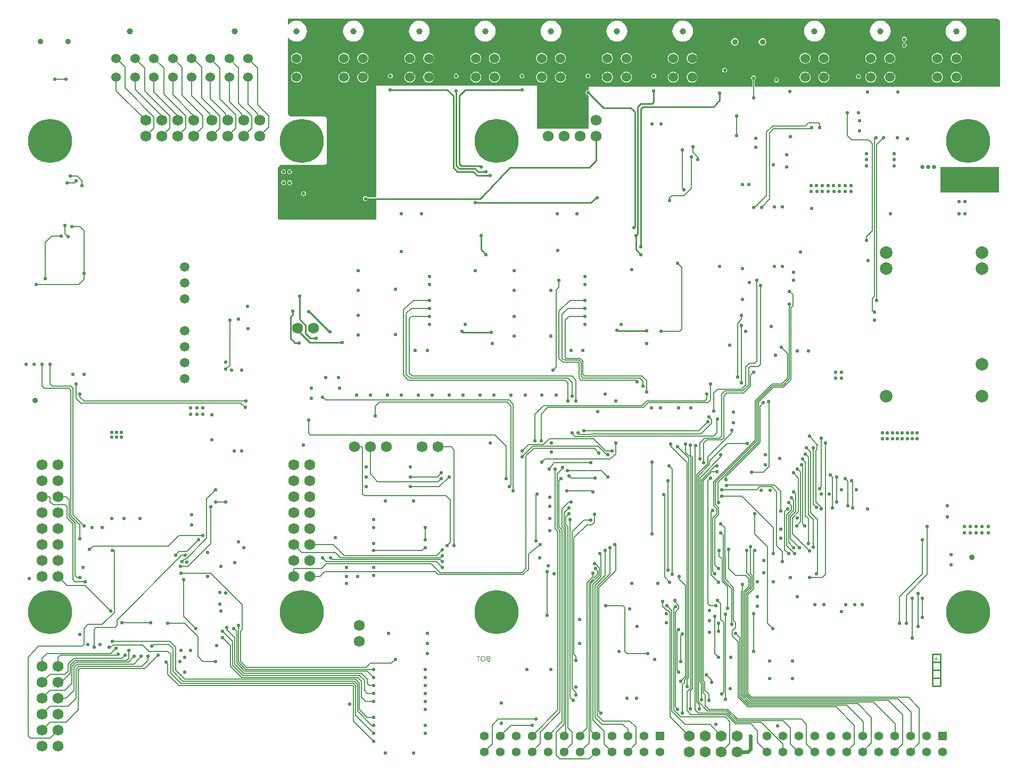
<source format=gbl>
G04*
G04 #@! TF.GenerationSoftware,Altium Limited,Altium Designer,21.4.1 (30)*
G04*
G04 Layer_Physical_Order=4*
G04 Layer_Color=16711680*
%FSLAX25Y25*%
%MOIN*%
G70*
G04*
G04 #@! TF.SameCoordinates,ABD127B9-61DE-435D-9B50-71DF74D21850*
G04*
G04*
G04 #@! TF.FilePolarity,Positive*
G04*
G01*
G75*
%ADD17C,0.01000*%
%ADD147C,0.03937*%
%ADD150C,0.00600*%
%ADD153C,0.00800*%
%ADD155C,0.02400*%
%ADD156C,0.00400*%
%ADD157C,0.03543*%
%ADD158C,0.05512*%
%ADD159R,0.05512X0.05512*%
%ADD160C,0.06890*%
%ADD161C,0.05906*%
%ADD162C,0.07874*%
%ADD163C,0.03543*%
%ADD164C,0.06000*%
%ADD165C,0.27559*%
%ADD166C,0.02165*%
%ADD167C,0.02559*%
%ADD169C,0.05000*%
G36*
X621305Y470065D02*
X621999Y469371D01*
X622375Y468463D01*
Y467972D01*
Y427566D01*
X468941D01*
Y431828D01*
X469194Y431997D01*
X469522Y432487D01*
X469637Y433066D01*
X469522Y433644D01*
X469194Y434135D01*
X468704Y434463D01*
X468125Y434578D01*
X467547Y434463D01*
X467056Y434135D01*
X466728Y433644D01*
X466613Y433066D01*
X466728Y432487D01*
X467056Y431997D01*
X467309Y431828D01*
Y427566D01*
X364875D01*
Y425706D01*
X364489Y425389D01*
X364375Y425412D01*
X363796Y425297D01*
X363306Y424969D01*
X362978Y424478D01*
X362863Y423900D01*
X362978Y423321D01*
X363306Y422831D01*
X363796Y422503D01*
X364375Y422388D01*
X364388Y422391D01*
X364875Y421982D01*
Y401316D01*
X332625D01*
Y428191D01*
X231750D01*
Y358359D01*
X226170D01*
X226069Y358510D01*
X225578Y358838D01*
X225000Y358953D01*
X224422Y358838D01*
X223931Y358510D01*
X223603Y358019D01*
X223488Y357441D01*
X223603Y356862D01*
X223931Y356372D01*
X224422Y356044D01*
X225000Y355929D01*
X225578Y356044D01*
X226069Y356372D01*
X226170Y356523D01*
X231750D01*
Y344441D01*
X170477D01*
X170124Y344796D01*
X170301Y376112D01*
X170304Y376601D01*
X170682Y377503D01*
X171376Y378193D01*
X172280Y378566D01*
X199282D01*
X199568Y378594D01*
X200098Y378813D01*
X200503Y379218D01*
X200722Y379748D01*
X200750Y380034D01*
Y407348D01*
X200722Y407634D01*
X200503Y408164D01*
X200098Y408569D01*
X199568Y408788D01*
X199282Y408816D01*
X178352D01*
X177445Y409192D01*
X176751Y409886D01*
X176375Y410793D01*
Y411284D01*
Y458127D01*
X176875Y458306D01*
X177272Y457823D01*
X178261Y457011D01*
X179391Y456407D01*
X180616Y456035D01*
X181890Y455910D01*
X183164Y456035D01*
X184389Y456407D01*
X185519Y457011D01*
X186508Y457823D01*
X187320Y458813D01*
X187924Y459942D01*
X188296Y461167D01*
X188421Y462441D01*
X188296Y463715D01*
X187924Y464940D01*
X187320Y466070D01*
X186508Y467059D01*
X185519Y467871D01*
X184389Y468475D01*
X183164Y468847D01*
X181890Y468972D01*
X180616Y468847D01*
X179391Y468475D01*
X178261Y467871D01*
X177272Y467059D01*
X176875Y466576D01*
X176375Y466754D01*
Y470441D01*
X620397D01*
X621305Y470065D01*
D02*
G37*
G36*
X621750Y361316D02*
X585125D01*
Y377316D01*
X621750D01*
Y361316D01*
D02*
G37*
G36*
X303125Y67441D02*
X301905D01*
X301794Y67446D01*
X301697Y67450D01*
X301610Y67459D01*
X301536Y67469D01*
X301476Y67478D01*
X301430Y67483D01*
X301402Y67492D01*
X301393D01*
X301314Y67515D01*
X301249Y67538D01*
X301189Y67566D01*
X301138Y67593D01*
X301097Y67612D01*
X301064Y67630D01*
X301046Y67644D01*
X301041Y67649D01*
X300991Y67690D01*
X300944Y67741D01*
X300907Y67792D01*
X300870Y67838D01*
X300843Y67884D01*
X300824Y67917D01*
X300810Y67940D01*
X300806Y67949D01*
X300773Y68023D01*
X300750Y68097D01*
X300732Y68166D01*
X300723Y68231D01*
X300713Y68287D01*
X300709Y68333D01*
Y68360D01*
Y68365D01*
Y68370D01*
X300713Y68471D01*
X300732Y68564D01*
X300760Y68642D01*
X300787Y68716D01*
X300815Y68772D01*
X300843Y68813D01*
X300861Y68841D01*
X300866Y68850D01*
X300931Y68924D01*
X301000Y68984D01*
X301078Y69035D01*
X301148Y69077D01*
X301212Y69109D01*
X301268Y69127D01*
X301286Y69137D01*
X301300Y69141D01*
X301309Y69146D01*
X301314D01*
X301235Y69192D01*
X301166Y69238D01*
X301111Y69289D01*
X301064Y69335D01*
X301027Y69372D01*
X301000Y69409D01*
X300986Y69428D01*
X300981Y69437D01*
X300944Y69506D01*
X300917Y69571D01*
X300893Y69635D01*
X300880Y69696D01*
X300870Y69746D01*
X300866Y69788D01*
Y69811D01*
Y69820D01*
X300870Y69899D01*
X300884Y69977D01*
X300907Y70047D01*
X300931Y70111D01*
X300954Y70167D01*
X300977Y70204D01*
X300991Y70231D01*
X300995Y70241D01*
X301046Y70310D01*
X301101Y70375D01*
X301162Y70425D01*
X301217Y70467D01*
X301263Y70499D01*
X301305Y70522D01*
X301332Y70536D01*
X301337Y70541D01*
X301342D01*
X301430Y70573D01*
X301526Y70596D01*
X301624Y70615D01*
X301716Y70624D01*
X301799Y70633D01*
X301836D01*
X301868Y70638D01*
X303125D01*
Y67441D01*
D02*
G37*
G36*
X296893Y70259D02*
X295839D01*
Y67441D01*
X295414D01*
Y70259D01*
X294361D01*
Y70638D01*
X296893D01*
Y70259D01*
D02*
G37*
G36*
X298851Y70689D02*
X298967Y70675D01*
X299078Y70652D01*
X299184Y70624D01*
X299281Y70587D01*
X299374Y70550D01*
X299457Y70509D01*
X299531Y70467D01*
X299600Y70425D01*
X299660Y70384D01*
X299711Y70347D01*
X299752Y70310D01*
X299785Y70282D01*
X299813Y70259D01*
X299826Y70245D01*
X299831Y70241D01*
X299905Y70153D01*
X299970Y70060D01*
X300030Y69959D01*
X300076Y69857D01*
X300117Y69751D01*
X300154Y69649D01*
X300182Y69548D01*
X300201Y69451D01*
X300219Y69358D01*
X300233Y69270D01*
X300242Y69192D01*
X300251Y69127D01*
Y69072D01*
X300256Y69030D01*
Y69003D01*
Y68998D01*
Y68993D01*
X300247Y68836D01*
X300228Y68693D01*
X300201Y68554D01*
X300182Y68494D01*
X300164Y68434D01*
X300150Y68384D01*
X300131Y68337D01*
X300117Y68296D01*
X300103Y68259D01*
X300094Y68231D01*
X300085Y68212D01*
X300076Y68199D01*
Y68194D01*
X299997Y68060D01*
X299914Y67945D01*
X299822Y67843D01*
X299734Y67760D01*
X299655Y67690D01*
X299623Y67663D01*
X299595Y67644D01*
X299568Y67626D01*
X299549Y67612D01*
X299540Y67607D01*
X299535Y67603D01*
X299466Y67566D01*
X299397Y67533D01*
X299258Y67478D01*
X299124Y67441D01*
X298999Y67413D01*
X298939Y67404D01*
X298888Y67399D01*
X298842Y67390D01*
X298801D01*
X298773Y67386D01*
X298727D01*
X298574Y67395D01*
X298431Y67418D01*
X298297Y67446D01*
X298237Y67464D01*
X298182Y67483D01*
X298131Y67501D01*
X298085Y67519D01*
X298048Y67533D01*
X298015Y67547D01*
X297988Y67561D01*
X297965Y67570D01*
X297955Y67580D01*
X297951D01*
X297821Y67663D01*
X297710Y67755D01*
X297618Y67852D01*
X297539Y67945D01*
X297475Y68032D01*
X297452Y68065D01*
X297433Y68097D01*
X297415Y68125D01*
X297405Y68143D01*
X297396Y68157D01*
Y68162D01*
X297359Y68236D01*
X297332Y68310D01*
X297281Y68457D01*
X297244Y68605D01*
X297221Y68739D01*
X297216Y68799D01*
X297207Y68855D01*
X297202Y68906D01*
Y68947D01*
X297198Y68984D01*
Y69007D01*
Y69026D01*
Y69030D01*
X297207Y69206D01*
X297225Y69367D01*
X297239Y69441D01*
X297258Y69515D01*
X297276Y69580D01*
X297290Y69640D01*
X297308Y69696D01*
X297327Y69746D01*
X297341Y69788D01*
X297359Y69825D01*
X297369Y69853D01*
X297378Y69871D01*
X297387Y69885D01*
Y69890D01*
X297461Y70024D01*
X297549Y70144D01*
X297641Y70245D01*
X297724Y70328D01*
X297803Y70393D01*
X297840Y70421D01*
X297867Y70444D01*
X297895Y70458D01*
X297914Y70472D01*
X297923Y70476D01*
X297927Y70481D01*
X297997Y70518D01*
X298066Y70550D01*
X298200Y70606D01*
X298339Y70643D01*
X298459Y70666D01*
X298514Y70675D01*
X298570Y70684D01*
X298611Y70689D01*
X298653D01*
X298685Y70693D01*
X298727D01*
X298851Y70689D01*
D02*
G37*
%LPC*%
G36*
X562500Y458953D02*
X561922Y458838D01*
X561431Y458510D01*
X561103Y458019D01*
X560988Y457441D01*
X561103Y456862D01*
X561431Y456372D01*
X561922Y456044D01*
X562500Y455929D01*
X563078Y456044D01*
X563569Y456372D01*
X563897Y456862D01*
X564012Y457441D01*
X563897Y458019D01*
X563569Y458510D01*
X563078Y458838D01*
X562500Y458953D01*
D02*
G37*
G36*
X595000Y468972D02*
X593726Y468847D01*
X592501Y468475D01*
X591371Y467871D01*
X590382Y467059D01*
X589570Y466070D01*
X588966Y464940D01*
X588594Y463715D01*
X588469Y462441D01*
X588594Y461167D01*
X588966Y459942D01*
X589570Y458813D01*
X590382Y457823D01*
X591371Y457011D01*
X592501Y456407D01*
X593726Y456035D01*
X595000Y455910D01*
X596274Y456035D01*
X597499Y456407D01*
X598629Y457011D01*
X599618Y457823D01*
X600430Y458813D01*
X601034Y459942D01*
X601406Y461167D01*
X601531Y462441D01*
X601406Y463715D01*
X601034Y464940D01*
X600430Y466070D01*
X599618Y467059D01*
X598629Y467871D01*
X597499Y468475D01*
X596274Y468847D01*
X595000Y468972D01*
D02*
G37*
G36*
X547500D02*
X546226Y468847D01*
X545001Y468475D01*
X543871Y467871D01*
X542882Y467059D01*
X542070Y466070D01*
X541466Y464940D01*
X541094Y463715D01*
X540969Y462441D01*
X541094Y461167D01*
X541466Y459942D01*
X542070Y458813D01*
X542882Y457823D01*
X543871Y457011D01*
X545001Y456407D01*
X546226Y456035D01*
X547500Y455910D01*
X548774Y456035D01*
X549999Y456407D01*
X551128Y457011D01*
X552118Y457823D01*
X552930Y458813D01*
X553534Y459942D01*
X553906Y461167D01*
X554031Y462441D01*
X553906Y463715D01*
X553534Y464940D01*
X552930Y466070D01*
X552118Y467059D01*
X551128Y467871D01*
X549999Y468475D01*
X548774Y468847D01*
X547500Y468972D01*
D02*
G37*
G36*
X506250D02*
X504976Y468847D01*
X503751Y468475D01*
X502622Y467871D01*
X501632Y467059D01*
X500820Y466070D01*
X500216Y464940D01*
X499844Y463715D01*
X499719Y462441D01*
X499844Y461167D01*
X500216Y459942D01*
X500820Y458813D01*
X501632Y457823D01*
X502622Y457011D01*
X503751Y456407D01*
X504976Y456035D01*
X506250Y455910D01*
X507524Y456035D01*
X508749Y456407D01*
X509878Y457011D01*
X510868Y457823D01*
X511680Y458813D01*
X512284Y459942D01*
X512656Y461167D01*
X512781Y462441D01*
X512656Y463715D01*
X512284Y464940D01*
X511680Y466070D01*
X510868Y467059D01*
X509878Y467871D01*
X508749Y468475D01*
X507524Y468847D01*
X506250Y468972D01*
D02*
G37*
G36*
X423750D02*
X422476Y468847D01*
X421251Y468475D01*
X420121Y467871D01*
X419132Y467059D01*
X418320Y466070D01*
X417716Y464940D01*
X417344Y463715D01*
X417219Y462441D01*
X417344Y461167D01*
X417716Y459942D01*
X418320Y458813D01*
X419132Y457823D01*
X420121Y457011D01*
X421251Y456407D01*
X422476Y456035D01*
X423750Y455910D01*
X425024Y456035D01*
X426249Y456407D01*
X427379Y457011D01*
X428368Y457823D01*
X429180Y458813D01*
X429784Y459942D01*
X430156Y461167D01*
X430281Y462441D01*
X430156Y463715D01*
X429784Y464940D01*
X429180Y466070D01*
X428368Y467059D01*
X427379Y467871D01*
X426249Y468475D01*
X425024Y468847D01*
X423750Y468972D01*
D02*
G37*
G36*
X382500D02*
X381226Y468847D01*
X380001Y468475D01*
X378871Y467871D01*
X377882Y467059D01*
X377070Y466070D01*
X376466Y464940D01*
X376094Y463715D01*
X375969Y462441D01*
X376094Y461167D01*
X376466Y459942D01*
X377070Y458813D01*
X377882Y457823D01*
X378871Y457011D01*
X380001Y456407D01*
X381226Y456035D01*
X382500Y455910D01*
X383774Y456035D01*
X384999Y456407D01*
X386128Y457011D01*
X387118Y457823D01*
X387930Y458813D01*
X388534Y459942D01*
X388906Y461167D01*
X389031Y462441D01*
X388906Y463715D01*
X388534Y464940D01*
X387930Y466070D01*
X387118Y467059D01*
X386128Y467871D01*
X384999Y468475D01*
X383774Y468847D01*
X382500Y468972D01*
D02*
G37*
G36*
X341250D02*
X339976Y468847D01*
X338751Y468475D01*
X337621Y467871D01*
X336632Y467059D01*
X335820Y466070D01*
X335216Y464940D01*
X334844Y463715D01*
X334719Y462441D01*
X334844Y461167D01*
X335216Y459942D01*
X335820Y458813D01*
X336632Y457823D01*
X337621Y457011D01*
X338751Y456407D01*
X339976Y456035D01*
X341250Y455910D01*
X342524Y456035D01*
X343749Y456407D01*
X344879Y457011D01*
X345868Y457823D01*
X346680Y458813D01*
X347284Y459942D01*
X347656Y461167D01*
X347781Y462441D01*
X347656Y463715D01*
X347284Y464940D01*
X346680Y466070D01*
X345868Y467059D01*
X344879Y467871D01*
X343749Y468475D01*
X342524Y468847D01*
X341250Y468972D01*
D02*
G37*
G36*
X300000D02*
X298726Y468847D01*
X297501Y468475D01*
X296372Y467871D01*
X295382Y467059D01*
X294570Y466070D01*
X293966Y464940D01*
X293594Y463715D01*
X293469Y462441D01*
X293594Y461167D01*
X293966Y459942D01*
X294570Y458813D01*
X295382Y457823D01*
X296372Y457011D01*
X297501Y456407D01*
X298726Y456035D01*
X300000Y455910D01*
X301274Y456035D01*
X302499Y456407D01*
X303628Y457011D01*
X304618Y457823D01*
X305430Y458813D01*
X306034Y459942D01*
X306406Y461167D01*
X306531Y462441D01*
X306406Y463715D01*
X306034Y464940D01*
X305430Y466070D01*
X304618Y467059D01*
X303628Y467871D01*
X302499Y468475D01*
X301274Y468847D01*
X300000Y468972D01*
D02*
G37*
G36*
X258750D02*
X257476Y468847D01*
X256251Y468475D01*
X255121Y467871D01*
X254132Y467059D01*
X253320Y466070D01*
X252716Y464940D01*
X252344Y463715D01*
X252219Y462441D01*
X252344Y461167D01*
X252716Y459942D01*
X253320Y458813D01*
X254132Y457823D01*
X255121Y457011D01*
X256251Y456407D01*
X257476Y456035D01*
X258750Y455910D01*
X260024Y456035D01*
X261249Y456407D01*
X262379Y457011D01*
X263368Y457823D01*
X264180Y458813D01*
X264784Y459942D01*
X265156Y461167D01*
X265281Y462441D01*
X265156Y463715D01*
X264784Y464940D01*
X264180Y466070D01*
X263368Y467059D01*
X262379Y467871D01*
X261249Y468475D01*
X260024Y468847D01*
X258750Y468972D01*
D02*
G37*
G36*
X217500D02*
X216226Y468847D01*
X215001Y468475D01*
X213872Y467871D01*
X212882Y467059D01*
X212070Y466070D01*
X211466Y464940D01*
X211094Y463715D01*
X210969Y462441D01*
X211094Y461167D01*
X211466Y459942D01*
X212070Y458813D01*
X212882Y457823D01*
X213872Y457011D01*
X215001Y456407D01*
X216226Y456035D01*
X217500Y455910D01*
X218774Y456035D01*
X219999Y456407D01*
X221129Y457011D01*
X222118Y457823D01*
X222930Y458813D01*
X223534Y459942D01*
X223906Y461167D01*
X224031Y462441D01*
X223906Y463715D01*
X223534Y464940D01*
X222930Y466070D01*
X222118Y467059D01*
X221129Y467871D01*
X219999Y468475D01*
X218774Y468847D01*
X217500Y468972D01*
D02*
G37*
G36*
X473700Y458118D02*
X472775Y457934D01*
X471990Y457410D01*
X471466Y456625D01*
X471282Y455700D01*
X471466Y454775D01*
X471990Y453990D01*
X472775Y453466D01*
X473700Y453282D01*
X474625Y453466D01*
X475410Y453990D01*
X475934Y454775D01*
X476118Y455700D01*
X475934Y456625D01*
X475410Y457410D01*
X474625Y457934D01*
X473700Y458118D01*
D02*
G37*
G36*
X456377D02*
X455452Y457934D01*
X454667Y457410D01*
X454143Y456625D01*
X453959Y455700D01*
X454143Y454775D01*
X454667Y453990D01*
X455452Y453466D01*
X456377Y453282D01*
X457303Y453466D01*
X458087Y453990D01*
X458611Y454775D01*
X458795Y455700D01*
X458611Y456625D01*
X458087Y457410D01*
X457303Y457934D01*
X456377Y458118D01*
D02*
G37*
G36*
X562500Y455203D02*
X561922Y455088D01*
X561431Y454760D01*
X561103Y454270D01*
X560988Y453691D01*
X561103Y453113D01*
X561431Y452622D01*
X561922Y452294D01*
X562500Y452179D01*
X563078Y452294D01*
X563569Y452622D01*
X563897Y453113D01*
X564012Y453691D01*
X563897Y454270D01*
X563569Y454760D01*
X563078Y455088D01*
X562500Y455203D01*
D02*
G37*
G36*
X595000Y448870D02*
X594112Y448753D01*
X593285Y448411D01*
X592575Y447866D01*
X592030Y447156D01*
X591687Y446329D01*
X591571Y445441D01*
X591687Y444553D01*
X592030Y443726D01*
X592575Y443016D01*
X593285Y442471D01*
X594112Y442129D01*
X595000Y442012D01*
X595888Y442129D01*
X596715Y442471D01*
X597425Y443016D01*
X597970Y443726D01*
X598313Y444553D01*
X598429Y445441D01*
X598313Y446329D01*
X597970Y447156D01*
X597425Y447866D01*
X596715Y448411D01*
X595888Y448753D01*
X595000Y448870D01*
D02*
G37*
G36*
X583252D02*
X582364Y448753D01*
X581537Y448411D01*
X580827Y447866D01*
X580282Y447156D01*
X579940Y446329D01*
X579823Y445441D01*
X579940Y444553D01*
X580282Y443726D01*
X580827Y443016D01*
X581537Y442471D01*
X582364Y442129D01*
X583252Y442012D01*
X584139Y442129D01*
X584967Y442471D01*
X585677Y443016D01*
X586222Y443726D01*
X586564Y444553D01*
X586681Y445441D01*
X586564Y446329D01*
X586222Y447156D01*
X585677Y447866D01*
X584967Y448411D01*
X584139Y448753D01*
X583252Y448870D01*
D02*
G37*
G36*
X553402D02*
X552514Y448753D01*
X551687Y448411D01*
X550977Y447866D01*
X550432Y447156D01*
X550089Y446329D01*
X549972Y445441D01*
X550089Y444553D01*
X550432Y443726D01*
X550977Y443016D01*
X551687Y442471D01*
X552514Y442129D01*
X553402Y442012D01*
X554289Y442129D01*
X555116Y442471D01*
X555827Y443016D01*
X556371Y443726D01*
X556714Y444553D01*
X556831Y445441D01*
X556714Y446329D01*
X556371Y447156D01*
X555827Y447866D01*
X555116Y448411D01*
X554289Y448753D01*
X553402Y448870D01*
D02*
G37*
G36*
X541598D02*
X540711Y448753D01*
X539884Y448411D01*
X539174Y447866D01*
X538628Y447156D01*
X538286Y446329D01*
X538169Y445441D01*
X538286Y444553D01*
X538628Y443726D01*
X539174Y443016D01*
X539884Y442471D01*
X540711Y442129D01*
X541598Y442012D01*
X542486Y442129D01*
X543313Y442471D01*
X544023Y443016D01*
X544568Y443726D01*
X544911Y444553D01*
X545028Y445441D01*
X544911Y446329D01*
X544568Y447156D01*
X544023Y447866D01*
X543313Y448411D01*
X542486Y448753D01*
X541598Y448870D01*
D02*
G37*
G36*
X512152D02*
X511264Y448753D01*
X510437Y448411D01*
X509727Y447866D01*
X509182Y447156D01*
X508839Y446329D01*
X508722Y445441D01*
X508839Y444553D01*
X509182Y443726D01*
X509727Y443016D01*
X510437Y442471D01*
X511264Y442129D01*
X512152Y442012D01*
X513039Y442129D01*
X513866Y442471D01*
X514576Y443016D01*
X515122Y443726D01*
X515464Y444553D01*
X515581Y445441D01*
X515464Y446329D01*
X515122Y447156D01*
X514576Y447866D01*
X513866Y448411D01*
X513039Y448753D01*
X512152Y448870D01*
D02*
G37*
G36*
X500348D02*
X499461Y448753D01*
X498634Y448411D01*
X497924Y447866D01*
X497378Y447156D01*
X497036Y446329D01*
X496919Y445441D01*
X497036Y444553D01*
X497378Y443726D01*
X497924Y443016D01*
X498634Y442471D01*
X499461Y442129D01*
X500348Y442012D01*
X501236Y442129D01*
X502063Y442471D01*
X502773Y443016D01*
X503318Y443726D01*
X503661Y444553D01*
X503778Y445441D01*
X503661Y446329D01*
X503318Y447156D01*
X502773Y447866D01*
X502063Y448411D01*
X501236Y448753D01*
X500348Y448870D01*
D02*
G37*
G36*
X429652D02*
X428764Y448753D01*
X427937Y448411D01*
X427227Y447866D01*
X426682Y447156D01*
X426339Y446329D01*
X426222Y445441D01*
X426339Y444553D01*
X426682Y443726D01*
X427227Y443016D01*
X427937Y442471D01*
X428764Y442129D01*
X429652Y442012D01*
X430539Y442129D01*
X431366Y442471D01*
X432077Y443016D01*
X432621Y443726D01*
X432964Y444553D01*
X433081Y445441D01*
X432964Y446329D01*
X432621Y447156D01*
X432077Y447866D01*
X431366Y448411D01*
X430539Y448753D01*
X429652Y448870D01*
D02*
G37*
G36*
X417848D02*
X416961Y448753D01*
X416134Y448411D01*
X415423Y447866D01*
X414879Y447156D01*
X414536Y446329D01*
X414419Y445441D01*
X414536Y444553D01*
X414879Y443726D01*
X415423Y443016D01*
X416134Y442471D01*
X416961Y442129D01*
X417848Y442012D01*
X418736Y442129D01*
X419563Y442471D01*
X420273Y443016D01*
X420818Y443726D01*
X421161Y444553D01*
X421278Y445441D01*
X421161Y446329D01*
X420818Y447156D01*
X420273Y447866D01*
X419563Y448411D01*
X418736Y448753D01*
X417848Y448870D01*
D02*
G37*
G36*
X388402D02*
X387514Y448753D01*
X386687Y448411D01*
X385977Y447866D01*
X385432Y447156D01*
X385089Y446329D01*
X384972Y445441D01*
X385089Y444553D01*
X385432Y443726D01*
X385977Y443016D01*
X386687Y442471D01*
X387514Y442129D01*
X388402Y442012D01*
X389289Y442129D01*
X390116Y442471D01*
X390827Y443016D01*
X391371Y443726D01*
X391714Y444553D01*
X391831Y445441D01*
X391714Y446329D01*
X391371Y447156D01*
X390827Y447866D01*
X390116Y448411D01*
X389289Y448753D01*
X388402Y448870D01*
D02*
G37*
G36*
X376598D02*
X375711Y448753D01*
X374884Y448411D01*
X374173Y447866D01*
X373628Y447156D01*
X373286Y446329D01*
X373169Y445441D01*
X373286Y444553D01*
X373628Y443726D01*
X374173Y443016D01*
X374884Y442471D01*
X375711Y442129D01*
X376598Y442012D01*
X377486Y442129D01*
X378313Y442471D01*
X379023Y443016D01*
X379568Y443726D01*
X379911Y444553D01*
X380028Y445441D01*
X379911Y446329D01*
X379568Y447156D01*
X379023Y447866D01*
X378313Y448411D01*
X377486Y448753D01*
X376598Y448870D01*
D02*
G37*
G36*
X347152D02*
X346264Y448753D01*
X345437Y448411D01*
X344727Y447866D01*
X344182Y447156D01*
X343839Y446329D01*
X343722Y445441D01*
X343839Y444553D01*
X344182Y443726D01*
X344727Y443016D01*
X345437Y442471D01*
X346264Y442129D01*
X347152Y442012D01*
X348039Y442129D01*
X348866Y442471D01*
X349576Y443016D01*
X350121Y443726D01*
X350464Y444553D01*
X350581Y445441D01*
X350464Y446329D01*
X350121Y447156D01*
X349576Y447866D01*
X348866Y448411D01*
X348039Y448753D01*
X347152Y448870D01*
D02*
G37*
G36*
X335348D02*
X334461Y448753D01*
X333634Y448411D01*
X332924Y447866D01*
X332379Y447156D01*
X332036Y446329D01*
X331919Y445441D01*
X332036Y444553D01*
X332379Y443726D01*
X332924Y443016D01*
X333634Y442471D01*
X334461Y442129D01*
X335348Y442012D01*
X336236Y442129D01*
X337063Y442471D01*
X337773Y443016D01*
X338318Y443726D01*
X338661Y444553D01*
X338778Y445441D01*
X338661Y446329D01*
X338318Y447156D01*
X337773Y447866D01*
X337063Y448411D01*
X336236Y448753D01*
X335348Y448870D01*
D02*
G37*
G36*
X305902D02*
X305014Y448753D01*
X304187Y448411D01*
X303477Y447866D01*
X302932Y447156D01*
X302589Y446329D01*
X302472Y445441D01*
X302589Y444553D01*
X302932Y443726D01*
X303477Y443016D01*
X304187Y442471D01*
X305014Y442129D01*
X305902Y442012D01*
X306789Y442129D01*
X307616Y442471D01*
X308327Y443016D01*
X308872Y443726D01*
X309214Y444553D01*
X309331Y445441D01*
X309214Y446329D01*
X308872Y447156D01*
X308327Y447866D01*
X307616Y448411D01*
X306789Y448753D01*
X305902Y448870D01*
D02*
G37*
G36*
X294098D02*
X293211Y448753D01*
X292384Y448411D01*
X291673Y447866D01*
X291128Y447156D01*
X290786Y446329D01*
X290669Y445441D01*
X290786Y444553D01*
X291128Y443726D01*
X291673Y443016D01*
X292384Y442471D01*
X293211Y442129D01*
X294098Y442012D01*
X294986Y442129D01*
X295813Y442471D01*
X296523Y443016D01*
X297068Y443726D01*
X297411Y444553D01*
X297528Y445441D01*
X297411Y446329D01*
X297068Y447156D01*
X296523Y447866D01*
X295813Y448411D01*
X294986Y448753D01*
X294098Y448870D01*
D02*
G37*
G36*
X264652D02*
X263764Y448753D01*
X262937Y448411D01*
X262227Y447866D01*
X261682Y447156D01*
X261339Y446329D01*
X261222Y445441D01*
X261339Y444553D01*
X261682Y443726D01*
X262227Y443016D01*
X262937Y442471D01*
X263764Y442129D01*
X264652Y442012D01*
X265539Y442129D01*
X266366Y442471D01*
X267076Y443016D01*
X267621Y443726D01*
X267964Y444553D01*
X268081Y445441D01*
X267964Y446329D01*
X267621Y447156D01*
X267076Y447866D01*
X266366Y448411D01*
X265539Y448753D01*
X264652Y448870D01*
D02*
G37*
G36*
X252848D02*
X251961Y448753D01*
X251134Y448411D01*
X250424Y447866D01*
X249879Y447156D01*
X249536Y446329D01*
X249419Y445441D01*
X249536Y444553D01*
X249879Y443726D01*
X250424Y443016D01*
X251134Y442471D01*
X251961Y442129D01*
X252848Y442012D01*
X253736Y442129D01*
X254563Y442471D01*
X255273Y443016D01*
X255818Y443726D01*
X256161Y444553D01*
X256278Y445441D01*
X256161Y446329D01*
X255818Y447156D01*
X255273Y447866D01*
X254563Y448411D01*
X253736Y448753D01*
X252848Y448870D01*
D02*
G37*
G36*
X223402D02*
X222514Y448753D01*
X221687Y448411D01*
X220977Y447866D01*
X220432Y447156D01*
X220089Y446329D01*
X219972Y445441D01*
X220089Y444553D01*
X220432Y443726D01*
X220977Y443016D01*
X221687Y442471D01*
X222514Y442129D01*
X223402Y442012D01*
X224289Y442129D01*
X225116Y442471D01*
X225827Y443016D01*
X226372Y443726D01*
X226714Y444553D01*
X226831Y445441D01*
X226714Y446329D01*
X226372Y447156D01*
X225827Y447866D01*
X225116Y448411D01*
X224289Y448753D01*
X223402Y448870D01*
D02*
G37*
G36*
X211598D02*
X210711Y448753D01*
X209884Y448411D01*
X209173Y447866D01*
X208629Y447156D01*
X208286Y446329D01*
X208169Y445441D01*
X208286Y444553D01*
X208629Y443726D01*
X209173Y443016D01*
X209884Y442471D01*
X210711Y442129D01*
X211598Y442012D01*
X212486Y442129D01*
X213313Y442471D01*
X214023Y443016D01*
X214568Y443726D01*
X214911Y444553D01*
X215028Y445441D01*
X214911Y446329D01*
X214568Y447156D01*
X214023Y447866D01*
X213313Y448411D01*
X212486Y448753D01*
X211598Y448870D01*
D02*
G37*
G36*
X181890D02*
X181002Y448753D01*
X180175Y448411D01*
X179465Y447866D01*
X178920Y447156D01*
X178577Y446329D01*
X178461Y445441D01*
X178577Y444553D01*
X178920Y443726D01*
X179465Y443016D01*
X180175Y442471D01*
X181002Y442129D01*
X181890Y442012D01*
X182778Y442129D01*
X183605Y442471D01*
X184315Y443016D01*
X184860Y443726D01*
X185203Y444553D01*
X185319Y445441D01*
X185203Y446329D01*
X184860Y447156D01*
X184315Y447866D01*
X183605Y448411D01*
X182778Y448753D01*
X181890Y448870D01*
D02*
G37*
G36*
X450000Y439512D02*
X449422Y439397D01*
X448931Y439069D01*
X448603Y438579D01*
X448488Y438000D01*
X448603Y437422D01*
X448931Y436931D01*
X449422Y436603D01*
X450000Y436488D01*
X450578Y436603D01*
X451069Y436931D01*
X451397Y437422D01*
X451512Y438000D01*
X451397Y438579D01*
X451069Y439069D01*
X450578Y439397D01*
X450000Y439512D01*
D02*
G37*
G36*
X405625Y435828D02*
X405047Y435713D01*
X404556Y435385D01*
X404228Y434895D01*
X404113Y434316D01*
X404228Y433738D01*
X404556Y433247D01*
X405047Y432919D01*
X405625Y432804D01*
X406204Y432919D01*
X406694Y433247D01*
X407022Y433738D01*
X407137Y434316D01*
X407022Y434895D01*
X406694Y435385D01*
X406204Y435713D01*
X405625Y435828D01*
D02*
G37*
G36*
X364375D02*
X363796Y435713D01*
X363306Y435385D01*
X362978Y434895D01*
X362863Y434316D01*
X362978Y433738D01*
X363306Y433247D01*
X363796Y432919D01*
X364375Y432804D01*
X364953Y432919D01*
X365444Y433247D01*
X365772Y433738D01*
X365887Y434316D01*
X365772Y434895D01*
X365444Y435385D01*
X364953Y435713D01*
X364375Y435828D01*
D02*
G37*
G36*
X323125D02*
X322547Y435713D01*
X322056Y435385D01*
X321728Y434895D01*
X321613Y434316D01*
X321728Y433738D01*
X322056Y433247D01*
X322547Y432919D01*
X323125Y432804D01*
X323704Y432919D01*
X324194Y433247D01*
X324522Y433738D01*
X324637Y434316D01*
X324522Y434895D01*
X324194Y435385D01*
X323704Y435713D01*
X323125Y435828D01*
D02*
G37*
G36*
X281875D02*
X281296Y435713D01*
X280806Y435385D01*
X280478Y434895D01*
X280363Y434316D01*
X280478Y433738D01*
X280806Y433247D01*
X281296Y432919D01*
X281875Y432804D01*
X282453Y432919D01*
X282944Y433247D01*
X283272Y433738D01*
X283387Y434316D01*
X283272Y434895D01*
X282944Y435385D01*
X282453Y435713D01*
X281875Y435828D01*
D02*
G37*
G36*
X240625D02*
X240047Y435713D01*
X239556Y435385D01*
X239228Y434895D01*
X239113Y434316D01*
X239228Y433738D01*
X239556Y433247D01*
X240047Y432919D01*
X240625Y432804D01*
X241203Y432919D01*
X241694Y433247D01*
X242022Y433738D01*
X242137Y434316D01*
X242022Y434895D01*
X241694Y435385D01*
X241203Y435713D01*
X240625Y435828D01*
D02*
G37*
G36*
X533750Y435515D02*
X533172Y435400D01*
X532681Y435072D01*
X532353Y434582D01*
X532238Y434003D01*
X532353Y433425D01*
X532681Y432934D01*
X533172Y432606D01*
X533750Y432491D01*
X534329Y432606D01*
X534819Y432934D01*
X535147Y433425D01*
X535262Y434003D01*
X535147Y434582D01*
X534819Y435072D01*
X534329Y435400D01*
X533750Y435515D01*
D02*
G37*
G36*
X482500Y433312D02*
X481921Y433197D01*
X481431Y432869D01*
X481103Y432378D01*
X480988Y431800D01*
X481103Y431221D01*
X481431Y430731D01*
X481921Y430403D01*
X482500Y430288D01*
X483078Y430403D01*
X483569Y430731D01*
X483897Y431221D01*
X484012Y431800D01*
X483897Y432378D01*
X483569Y432869D01*
X483078Y433197D01*
X482500Y433312D01*
D02*
G37*
G36*
X595000Y437071D02*
X594112Y436954D01*
X593285Y436612D01*
X592575Y436067D01*
X592030Y435357D01*
X591687Y434529D01*
X591571Y433642D01*
X591687Y432754D01*
X592030Y431927D01*
X592575Y431217D01*
X593285Y430672D01*
X594112Y430329D01*
X595000Y430212D01*
X595888Y430329D01*
X596715Y430672D01*
X597425Y431217D01*
X597970Y431927D01*
X598313Y432754D01*
X598429Y433642D01*
X598313Y434529D01*
X597970Y435357D01*
X597425Y436067D01*
X596715Y436612D01*
X595888Y436954D01*
X595000Y437071D01*
D02*
G37*
G36*
X583252D02*
X582364Y436954D01*
X581537Y436612D01*
X580827Y436067D01*
X580282Y435357D01*
X579940Y434529D01*
X579823Y433642D01*
X579940Y432754D01*
X580282Y431927D01*
X580827Y431217D01*
X581537Y430672D01*
X582364Y430329D01*
X583252Y430212D01*
X584139Y430329D01*
X584967Y430672D01*
X585677Y431217D01*
X586222Y431927D01*
X586564Y432754D01*
X586681Y433642D01*
X586564Y434529D01*
X586222Y435357D01*
X585677Y436067D01*
X584967Y436612D01*
X584139Y436954D01*
X583252Y437071D01*
D02*
G37*
G36*
X553402D02*
X552514Y436954D01*
X551687Y436612D01*
X550977Y436067D01*
X550432Y435357D01*
X550089Y434529D01*
X549972Y433642D01*
X550089Y432754D01*
X550432Y431927D01*
X550977Y431217D01*
X551687Y430672D01*
X552514Y430329D01*
X553402Y430212D01*
X554289Y430329D01*
X555116Y430672D01*
X555827Y431217D01*
X556371Y431927D01*
X556714Y432754D01*
X556831Y433642D01*
X556714Y434529D01*
X556371Y435357D01*
X555827Y436067D01*
X555116Y436612D01*
X554289Y436954D01*
X553402Y437071D01*
D02*
G37*
G36*
X541598D02*
X540711Y436954D01*
X539884Y436612D01*
X539174Y436067D01*
X538628Y435357D01*
X538286Y434529D01*
X538169Y433642D01*
X538286Y432754D01*
X538628Y431927D01*
X539174Y431217D01*
X539884Y430672D01*
X540711Y430329D01*
X541598Y430212D01*
X542486Y430329D01*
X543313Y430672D01*
X544023Y431217D01*
X544568Y431927D01*
X544911Y432754D01*
X545028Y433642D01*
X544911Y434529D01*
X544568Y435357D01*
X544023Y436067D01*
X543313Y436612D01*
X542486Y436954D01*
X541598Y437071D01*
D02*
G37*
G36*
X512152D02*
X511264Y436954D01*
X510437Y436612D01*
X509727Y436067D01*
X509182Y435357D01*
X508839Y434529D01*
X508722Y433642D01*
X508839Y432754D01*
X509182Y431927D01*
X509727Y431217D01*
X510437Y430672D01*
X511264Y430329D01*
X512152Y430212D01*
X513039Y430329D01*
X513866Y430672D01*
X514576Y431217D01*
X515122Y431927D01*
X515464Y432754D01*
X515581Y433642D01*
X515464Y434529D01*
X515122Y435357D01*
X514576Y436067D01*
X513866Y436612D01*
X513039Y436954D01*
X512152Y437071D01*
D02*
G37*
G36*
X500348D02*
X499461Y436954D01*
X498634Y436612D01*
X497924Y436067D01*
X497378Y435357D01*
X497036Y434529D01*
X496919Y433642D01*
X497036Y432754D01*
X497378Y431927D01*
X497924Y431217D01*
X498634Y430672D01*
X499461Y430329D01*
X500348Y430212D01*
X501236Y430329D01*
X502063Y430672D01*
X502773Y431217D01*
X503318Y431927D01*
X503661Y432754D01*
X503778Y433642D01*
X503661Y434529D01*
X503318Y435357D01*
X502773Y436067D01*
X502063Y436612D01*
X501236Y436954D01*
X500348Y437071D01*
D02*
G37*
G36*
X429652D02*
X428764Y436954D01*
X427937Y436612D01*
X427227Y436067D01*
X426682Y435357D01*
X426339Y434529D01*
X426222Y433642D01*
X426339Y432754D01*
X426682Y431927D01*
X427227Y431217D01*
X427937Y430672D01*
X428764Y430329D01*
X429652Y430212D01*
X430539Y430329D01*
X431366Y430672D01*
X432077Y431217D01*
X432621Y431927D01*
X432964Y432754D01*
X433081Y433642D01*
X432964Y434529D01*
X432621Y435357D01*
X432077Y436067D01*
X431366Y436612D01*
X430539Y436954D01*
X429652Y437071D01*
D02*
G37*
G36*
X417848D02*
X416961Y436954D01*
X416134Y436612D01*
X415423Y436067D01*
X414879Y435357D01*
X414536Y434529D01*
X414419Y433642D01*
X414536Y432754D01*
X414879Y431927D01*
X415423Y431217D01*
X416134Y430672D01*
X416961Y430329D01*
X417848Y430212D01*
X418736Y430329D01*
X419563Y430672D01*
X420273Y431217D01*
X420818Y431927D01*
X421161Y432754D01*
X421278Y433642D01*
X421161Y434529D01*
X420818Y435357D01*
X420273Y436067D01*
X419563Y436612D01*
X418736Y436954D01*
X417848Y437071D01*
D02*
G37*
G36*
X388402D02*
X387514Y436954D01*
X386687Y436612D01*
X385977Y436067D01*
X385432Y435357D01*
X385089Y434529D01*
X384972Y433642D01*
X385089Y432754D01*
X385432Y431927D01*
X385977Y431217D01*
X386687Y430672D01*
X387514Y430329D01*
X388402Y430212D01*
X389289Y430329D01*
X390116Y430672D01*
X390827Y431217D01*
X391371Y431927D01*
X391714Y432754D01*
X391831Y433642D01*
X391714Y434529D01*
X391371Y435357D01*
X390827Y436067D01*
X390116Y436612D01*
X389289Y436954D01*
X388402Y437071D01*
D02*
G37*
G36*
X376598D02*
X375711Y436954D01*
X374884Y436612D01*
X374173Y436067D01*
X373628Y435357D01*
X373286Y434529D01*
X373169Y433642D01*
X373286Y432754D01*
X373628Y431927D01*
X374173Y431217D01*
X374884Y430672D01*
X375711Y430329D01*
X376598Y430212D01*
X377486Y430329D01*
X378313Y430672D01*
X379023Y431217D01*
X379568Y431927D01*
X379911Y432754D01*
X380028Y433642D01*
X379911Y434529D01*
X379568Y435357D01*
X379023Y436067D01*
X378313Y436612D01*
X377486Y436954D01*
X376598Y437071D01*
D02*
G37*
G36*
X347152D02*
X346264Y436954D01*
X345437Y436612D01*
X344727Y436067D01*
X344182Y435357D01*
X343839Y434529D01*
X343722Y433642D01*
X343839Y432754D01*
X344182Y431927D01*
X344727Y431217D01*
X345437Y430672D01*
X346264Y430329D01*
X347152Y430212D01*
X348039Y430329D01*
X348866Y430672D01*
X349576Y431217D01*
X350121Y431927D01*
X350464Y432754D01*
X350581Y433642D01*
X350464Y434529D01*
X350121Y435357D01*
X349576Y436067D01*
X348866Y436612D01*
X348039Y436954D01*
X347152Y437071D01*
D02*
G37*
G36*
X335348D02*
X334461Y436954D01*
X333634Y436612D01*
X332924Y436067D01*
X332379Y435357D01*
X332036Y434529D01*
X331919Y433642D01*
X332036Y432754D01*
X332379Y431927D01*
X332924Y431217D01*
X333634Y430672D01*
X334461Y430329D01*
X335348Y430212D01*
X336236Y430329D01*
X337063Y430672D01*
X337773Y431217D01*
X338318Y431927D01*
X338661Y432754D01*
X338778Y433642D01*
X338661Y434529D01*
X338318Y435357D01*
X337773Y436067D01*
X337063Y436612D01*
X336236Y436954D01*
X335348Y437071D01*
D02*
G37*
G36*
X305902D02*
X305014Y436954D01*
X304187Y436612D01*
X303477Y436067D01*
X302932Y435357D01*
X302589Y434529D01*
X302472Y433642D01*
X302589Y432754D01*
X302932Y431927D01*
X303477Y431217D01*
X304187Y430672D01*
X305014Y430329D01*
X305902Y430212D01*
X306789Y430329D01*
X307616Y430672D01*
X308327Y431217D01*
X308872Y431927D01*
X309214Y432754D01*
X309331Y433642D01*
X309214Y434529D01*
X308872Y435357D01*
X308327Y436067D01*
X307616Y436612D01*
X306789Y436954D01*
X305902Y437071D01*
D02*
G37*
G36*
X294098D02*
X293211Y436954D01*
X292384Y436612D01*
X291673Y436067D01*
X291128Y435357D01*
X290786Y434529D01*
X290669Y433642D01*
X290786Y432754D01*
X291128Y431927D01*
X291673Y431217D01*
X292384Y430672D01*
X293211Y430329D01*
X294098Y430212D01*
X294986Y430329D01*
X295813Y430672D01*
X296523Y431217D01*
X297068Y431927D01*
X297411Y432754D01*
X297528Y433642D01*
X297411Y434529D01*
X297068Y435357D01*
X296523Y436067D01*
X295813Y436612D01*
X294986Y436954D01*
X294098Y437071D01*
D02*
G37*
G36*
X264652D02*
X263764Y436954D01*
X262937Y436612D01*
X262227Y436067D01*
X261682Y435357D01*
X261339Y434529D01*
X261222Y433642D01*
X261339Y432754D01*
X261682Y431927D01*
X262227Y431217D01*
X262937Y430672D01*
X263764Y430329D01*
X264652Y430212D01*
X265539Y430329D01*
X266366Y430672D01*
X267076Y431217D01*
X267621Y431927D01*
X267964Y432754D01*
X268081Y433642D01*
X267964Y434529D01*
X267621Y435357D01*
X267076Y436067D01*
X266366Y436612D01*
X265539Y436954D01*
X264652Y437071D01*
D02*
G37*
G36*
X252848D02*
X251961Y436954D01*
X251134Y436612D01*
X250424Y436067D01*
X249879Y435357D01*
X249536Y434529D01*
X249419Y433642D01*
X249536Y432754D01*
X249879Y431927D01*
X250424Y431217D01*
X251134Y430672D01*
X251961Y430329D01*
X252848Y430212D01*
X253736Y430329D01*
X254563Y430672D01*
X255273Y431217D01*
X255818Y431927D01*
X256161Y432754D01*
X256278Y433642D01*
X256161Y434529D01*
X255818Y435357D01*
X255273Y436067D01*
X254563Y436612D01*
X253736Y436954D01*
X252848Y437071D01*
D02*
G37*
G36*
X223402D02*
X222514Y436954D01*
X221687Y436612D01*
X220977Y436067D01*
X220432Y435357D01*
X220089Y434529D01*
X219972Y433642D01*
X220089Y432754D01*
X220432Y431927D01*
X220977Y431217D01*
X221687Y430672D01*
X222514Y430329D01*
X223402Y430212D01*
X224289Y430329D01*
X225116Y430672D01*
X225827Y431217D01*
X226372Y431927D01*
X226714Y432754D01*
X226831Y433642D01*
X226714Y434529D01*
X226372Y435357D01*
X225827Y436067D01*
X225116Y436612D01*
X224289Y436954D01*
X223402Y437071D01*
D02*
G37*
G36*
X211598D02*
X210711Y436954D01*
X209884Y436612D01*
X209173Y436067D01*
X208629Y435357D01*
X208286Y434529D01*
X208169Y433642D01*
X208286Y432754D01*
X208629Y431927D01*
X209173Y431217D01*
X209884Y430672D01*
X210711Y430329D01*
X211598Y430212D01*
X212486Y430329D01*
X213313Y430672D01*
X214023Y431217D01*
X214568Y431927D01*
X214911Y432754D01*
X215028Y433642D01*
X214911Y434529D01*
X214568Y435357D01*
X214023Y436067D01*
X213313Y436612D01*
X212486Y436954D01*
X211598Y437071D01*
D02*
G37*
G36*
X181890D02*
X181002Y436954D01*
X180175Y436612D01*
X179465Y436067D01*
X178920Y435357D01*
X178577Y434529D01*
X178461Y433642D01*
X178577Y432754D01*
X178920Y431927D01*
X179465Y431217D01*
X180175Y430672D01*
X181002Y430329D01*
X181890Y430212D01*
X182778Y430329D01*
X183605Y430672D01*
X184315Y431217D01*
X184860Y431927D01*
X185203Y432754D01*
X185319Y433642D01*
X185203Y434529D01*
X184860Y435357D01*
X184315Y436067D01*
X183605Y436612D01*
X182778Y436954D01*
X181890Y437071D01*
D02*
G37*
G36*
X177500Y375828D02*
X176921Y375713D01*
X176431Y375385D01*
X176103Y374894D01*
X175988Y374316D01*
X176103Y373738D01*
X176431Y373247D01*
X176921Y372919D01*
X177500Y372804D01*
X178078Y372919D01*
X178569Y373247D01*
X178897Y373738D01*
X179012Y374316D01*
X178897Y374894D01*
X178569Y375385D01*
X178078Y375713D01*
X177500Y375828D01*
D02*
G37*
G36*
X173750D02*
X173171Y375713D01*
X172681Y375385D01*
X172353Y374894D01*
X172238Y374316D01*
X172353Y373738D01*
X172681Y373247D01*
X173171Y372919D01*
X173750Y372804D01*
X174328Y372919D01*
X174819Y373247D01*
X175147Y373738D01*
X175262Y374316D01*
X175147Y374894D01*
X174819Y375385D01*
X174328Y375713D01*
X173750Y375828D01*
D02*
G37*
G36*
X177500Y368953D02*
X176921Y368838D01*
X176431Y368510D01*
X176103Y368020D01*
X175988Y367441D01*
X176103Y366863D01*
X176431Y366372D01*
X176921Y366044D01*
X177500Y365929D01*
X178078Y366044D01*
X178569Y366372D01*
X178897Y366863D01*
X179012Y367441D01*
X178897Y368020D01*
X178569Y368510D01*
X178078Y368838D01*
X177500Y368953D01*
D02*
G37*
G36*
X173750D02*
X173171Y368838D01*
X172681Y368510D01*
X172353Y368020D01*
X172238Y367441D01*
X172353Y366863D01*
X172681Y366372D01*
X173171Y366044D01*
X173750Y365929D01*
X174328Y366044D01*
X174819Y366372D01*
X175147Y366863D01*
X175262Y367441D01*
X175147Y368020D01*
X174819Y368510D01*
X174328Y368838D01*
X173750Y368953D01*
D02*
G37*
G36*
X186250Y362078D02*
X185671Y361963D01*
X185181Y361635D01*
X184853Y361144D01*
X184738Y360566D01*
X184853Y359987D01*
X185181Y359497D01*
X185671Y359169D01*
X186250Y359054D01*
X186828Y359169D01*
X187319Y359497D01*
X187647Y359987D01*
X187762Y360566D01*
X187647Y361144D01*
X187319Y361635D01*
X186828Y361963D01*
X186250Y362078D01*
D02*
G37*
G36*
X302700Y70259D02*
X301942D01*
X301841Y70250D01*
X301762Y70245D01*
X301693Y70236D01*
X301642Y70227D01*
X301610Y70222D01*
X301587Y70213D01*
X301582D01*
X301531Y70195D01*
X301485Y70167D01*
X301448Y70139D01*
X301416Y70111D01*
X301393Y70088D01*
X301374Y70065D01*
X301365Y70051D01*
X301360Y70047D01*
X301332Y70000D01*
X301314Y69954D01*
X301300Y69908D01*
X301291Y69862D01*
X301286Y69825D01*
X301282Y69797D01*
Y69779D01*
Y69770D01*
X301286Y69709D01*
X301295Y69654D01*
X301309Y69608D01*
X301323Y69571D01*
X301337Y69538D01*
X301351Y69511D01*
X301360Y69497D01*
X301365Y69492D01*
X301397Y69455D01*
X301439Y69418D01*
X301480Y69391D01*
X301517Y69372D01*
X301554Y69354D01*
X301582Y69340D01*
X301600Y69335D01*
X301610Y69331D01*
X301660Y69321D01*
X301725Y69312D01*
X301790Y69308D01*
X301854Y69303D01*
X301915Y69298D01*
X302700D01*
Y70259D01*
D02*
G37*
G36*
Y68919D02*
X301859D01*
X301762Y68910D01*
X301684Y68901D01*
X301619Y68892D01*
X301568Y68882D01*
X301526Y68873D01*
X301508Y68869D01*
X301499Y68864D01*
X301439Y68841D01*
X301388Y68813D01*
X301342Y68781D01*
X301305Y68748D01*
X301277Y68721D01*
X301258Y68698D01*
X301245Y68679D01*
X301240Y68674D01*
X301208Y68624D01*
X301185Y68573D01*
X301166Y68522D01*
X301157Y68476D01*
X301148Y68434D01*
X301143Y68397D01*
Y68379D01*
Y68370D01*
X301148Y68314D01*
X301152Y68259D01*
X301162Y68212D01*
X301175Y68176D01*
X301189Y68143D01*
X301199Y68116D01*
X301203Y68102D01*
X301208Y68097D01*
X301235Y68055D01*
X301258Y68019D01*
X301291Y67991D01*
X301314Y67963D01*
X301337Y67945D01*
X301356Y67931D01*
X301369Y67922D01*
X301374Y67917D01*
X301453Y67880D01*
X301531Y67852D01*
X301563Y67843D01*
X301591Y67838D01*
X301610Y67834D01*
X301614D01*
X301651Y67829D01*
X301693Y67825D01*
X301790Y67820D01*
X302700D01*
Y68919D01*
D02*
G37*
G36*
X298768Y70328D02*
X298727D01*
X298611Y70324D01*
X298500Y70305D01*
X298403Y70278D01*
X298320Y70250D01*
X298251Y70218D01*
X298223Y70204D01*
X298200Y70195D01*
X298177Y70181D01*
X298163Y70176D01*
X298159Y70167D01*
X298154D01*
X298066Y70102D01*
X297988Y70028D01*
X297918Y69954D01*
X297863Y69880D01*
X297821Y69816D01*
X297789Y69760D01*
X297780Y69742D01*
X297770Y69728D01*
X297766Y69719D01*
Y69714D01*
X297720Y69603D01*
X297687Y69483D01*
X297664Y69372D01*
X297650Y69266D01*
X297641Y69215D01*
X297636Y69174D01*
Y69132D01*
X297632Y69100D01*
Y69072D01*
Y69053D01*
Y69039D01*
Y69035D01*
X297636Y68924D01*
X297646Y68818D01*
X297659Y68716D01*
X297678Y68624D01*
X297706Y68541D01*
X297729Y68462D01*
X297757Y68388D01*
X297784Y68323D01*
X297817Y68268D01*
X297844Y68217D01*
X297867Y68176D01*
X297890Y68143D01*
X297914Y68116D01*
X297927Y68092D01*
X297937Y68083D01*
X297941Y68079D01*
X298001Y68019D01*
X298066Y67968D01*
X298131Y67926D01*
X298196Y67884D01*
X298260Y67852D01*
X298329Y67829D01*
X298390Y67806D01*
X298454Y67787D01*
X298510Y67774D01*
X298565Y67764D01*
X298611Y67755D01*
X298653Y67751D01*
X298685D01*
X298708Y67746D01*
X298731D01*
X298819Y67751D01*
X298902Y67760D01*
X298976Y67778D01*
X299050Y67797D01*
X299119Y67825D01*
X299184Y67852D01*
X299244Y67880D01*
X299300Y67912D01*
X299346Y67945D01*
X299387Y67972D01*
X299424Y68000D01*
X299457Y68028D01*
X299480Y68046D01*
X299498Y68065D01*
X299507Y68074D01*
X299512Y68079D01*
X299568Y68143D01*
X299614Y68212D01*
X299655Y68287D01*
X299692Y68360D01*
X299720Y68439D01*
X299748Y68513D01*
X299785Y68661D01*
X299794Y68725D01*
X299803Y68790D01*
X299813Y68845D01*
X299817Y68892D01*
X299822Y68933D01*
Y68966D01*
Y68984D01*
Y68989D01*
X299817Y69118D01*
X299808Y69238D01*
X299794Y69354D01*
X299771Y69455D01*
X299748Y69548D01*
X299720Y69631D01*
X299688Y69709D01*
X299660Y69774D01*
X299628Y69834D01*
X299600Y69885D01*
X299572Y69927D01*
X299549Y69959D01*
X299526Y69987D01*
X299512Y70005D01*
X299503Y70014D01*
X299498Y70019D01*
X299438Y70074D01*
X299374Y70121D01*
X299309Y70162D01*
X299240Y70199D01*
X299175Y70227D01*
X299110Y70255D01*
X298990Y70292D01*
X298935Y70301D01*
X298884Y70310D01*
X298842Y70319D01*
X298801Y70324D01*
X298768Y70328D01*
D02*
G37*
%LPD*%
D17*
X585177Y61816D02*
Y66816D01*
X580177Y56816D02*
X585177D01*
X580177Y66816D02*
X585177D01*
X580177Y61816D02*
Y66816D01*
Y61816D02*
X585177D01*
Y66816D02*
Y71816D01*
Y56816D02*
Y61816D01*
Y51816D02*
Y56816D01*
X580177Y66816D02*
Y71816D01*
Y56816D02*
Y61816D01*
Y51816D02*
Y56816D01*
Y51816D02*
X585177D01*
X580177Y71816D02*
X585177D01*
X189500Y286500D02*
X189798D01*
X202488Y273810D01*
X364632Y423900D02*
X374216Y414316D01*
X391250D01*
X181250Y276287D02*
X190097Y267441D01*
X210625D01*
X178000Y283391D02*
X179518Y284909D01*
X178000Y270000D02*
Y283391D01*
Y270000D02*
X180921Y267079D01*
X183317D01*
X183750Y281810D02*
X187500Y278060D01*
Y272775D02*
Y278060D01*
Y272775D02*
X190345Y269931D01*
X382500Y275000D02*
X382750Y274750D01*
X401250D01*
X202488Y273810D02*
X202713D01*
X190345Y269931D02*
X194055D01*
X179518Y284909D02*
Y286783D01*
X446875Y419316D02*
Y423691D01*
X443125Y414941D02*
X446875Y419316D01*
X398750Y414941D02*
X443125D01*
X397500Y413691D02*
X398750Y414941D01*
X397500Y327441D02*
Y413691D01*
X405625Y418066D02*
Y424941D01*
X404375Y416816D02*
X405625Y418066D01*
X397500Y416816D02*
X404375D01*
X395625Y414941D02*
X397500Y416816D01*
X395625Y335566D02*
Y414941D01*
X394375Y334316D02*
X395625Y335566D01*
X394375Y325566D02*
Y334316D01*
Y325566D02*
X397500Y322441D01*
X391250Y414316D02*
X393750Y411816D01*
Y339941D02*
Y411816D01*
X393125Y339316D02*
X393750Y339941D01*
X296875Y378066D02*
X297500Y377441D01*
X285000Y378066D02*
X296875D01*
X283750Y379316D02*
X285000Y378066D01*
X283750Y379316D02*
Y421816D01*
X287500Y425566D01*
X323125D01*
X297500Y325566D02*
X300625Y322441D01*
X297500Y325566D02*
Y334316D01*
X295625Y374316D02*
X300625D01*
X293750Y376191D02*
X295625Y374316D01*
X283750Y376191D02*
X293750D01*
X281875Y378066D02*
X283750Y376191D01*
X281875Y378066D02*
Y424941D01*
X295000Y371816D02*
X303125D01*
X292500Y374316D02*
X295000Y371816D01*
X282500Y374316D02*
X292500D01*
X280000Y376816D02*
X282500Y374316D01*
X280000Y376816D02*
Y421816D01*
X276250Y425566D02*
X280000Y421816D01*
X240625Y425566D02*
X276250D01*
X369375Y358066D02*
X370000D01*
X366250Y354941D02*
X369375Y358066D01*
X285625Y274316D02*
X286250Y273691D01*
X303750D01*
X293750Y354941D02*
X366250D01*
X225000Y357441D02*
X296875D01*
X298125Y358691D01*
X315625Y376816D01*
X365000D01*
X369375Y381191D01*
Y396531D01*
X183750Y281810D02*
Y296191D01*
D147*
X143086Y462441D02*
D03*
X77386D02*
D03*
X595000D02*
D03*
X423750D02*
D03*
X181890D02*
D03*
X506250D02*
D03*
X547500D02*
D03*
X217500D02*
D03*
X258750D02*
D03*
X300000D02*
D03*
X341250D02*
D03*
X382500D02*
D03*
D150*
X101597Y139500D02*
X108288Y146191D01*
X54500Y139500D02*
X101597D01*
X52500Y137500D02*
X54500Y139500D01*
X108183Y136183D02*
X113183D01*
X106000Y134000D02*
X108183Y136183D01*
X458375Y44956D02*
Y79625D01*
X454692Y83308D02*
X458375Y79625D01*
X454692Y83308D02*
Y86508D01*
X456875Y88691D01*
X146875Y86191D02*
X147808Y87124D01*
Y103032D01*
X128091Y122749D02*
X147808Y103032D01*
X109749Y122749D02*
X128091D01*
X109500Y122500D02*
X109749Y122749D01*
X111697Y131697D02*
X112784D01*
X110000Y130000D02*
X111697Y131697D01*
X125625Y144538D02*
Y169316D01*
X112784Y131697D02*
X125625Y144538D01*
X113183Y136183D02*
X120500Y143500D01*
X110007Y134000D02*
X112000D01*
X109507Y133500D02*
X110007Y134000D01*
X67500Y137000D02*
X67683Y136817D01*
Y98096D02*
Y136817D01*
X66500Y137000D02*
X67500D01*
X38125Y114941D02*
X49559D01*
X65500Y99000D01*
X60153Y90566D02*
X67683Y98096D01*
X51250Y90566D02*
X60153D01*
X85317Y77749D02*
X89375Y73691D01*
X67183Y77749D02*
X85317D01*
X65625Y76191D02*
X67183Y77749D01*
X66500Y79941D02*
X102500D01*
X525625Y181816D02*
X527000Y180441D01*
Y165000D02*
Y180441D01*
X507192Y167394D02*
X510625Y163962D01*
X507808Y200287D02*
Y202749D01*
X508125Y203066D01*
X507192Y199672D02*
X507808Y200287D01*
X507192Y167394D02*
Y199672D01*
X446500Y133441D02*
X448433Y131508D01*
X446500Y133441D02*
Y137000D01*
X371500Y121441D02*
Y126087D01*
X369087Y128500D02*
X371500Y126087D01*
X368543Y128500D02*
X369087D01*
X372941Y187000D02*
X376875Y183066D01*
X351500Y187000D02*
X372941D01*
X348500Y188441D02*
Y189000D01*
X345000Y184941D02*
X348500Y188441D01*
X368316Y201000D02*
X371250Y198066D01*
X330434Y201000D02*
X368316D01*
X325625Y196191D02*
X330434Y201000D01*
X329731Y202172D02*
X370894D01*
X323125Y195566D02*
X329731Y202172D01*
X370894D02*
X376250Y196816D01*
X340000Y207000D02*
X367941D01*
X336383Y203383D02*
X340000Y207000D01*
X327192Y203383D02*
X336383D01*
X367941Y207000D02*
X375625Y199316D01*
X365942Y209633D02*
X366250Y209941D01*
X359058Y209633D02*
X365942D01*
X358125Y210566D02*
X359058Y209633D01*
X356175Y208316D02*
X366039D01*
X354375Y210566D02*
X356175Y208316D01*
X366039D02*
X366414Y208691D01*
X323125Y199316D02*
X327192Y203383D01*
X325625Y125566D02*
Y196191D01*
X398184Y227500D02*
X401250Y230566D01*
X336309Y227500D02*
X398184D01*
X331250Y222441D02*
X336309Y227500D01*
X399059Y226500D02*
X402125Y229566D01*
X339059Y226500D02*
X399059D01*
X335000Y222441D02*
X339059Y226500D01*
X492808Y290287D02*
Y297133D01*
X490625Y299316D02*
X492808Y297133D01*
X491625Y289104D02*
X492808Y290287D01*
X491625Y244066D02*
Y289104D01*
X486875Y239316D02*
X491625Y244066D01*
X472000Y227430D02*
X474070Y229500D01*
X472000Y204586D02*
Y227430D01*
X450849Y183435D02*
X472000Y204586D01*
X450849Y181220D02*
Y183435D01*
X445717Y179717D02*
X471000Y205000D01*
X444067Y165874D02*
Y179566D01*
X443067Y164999D02*
Y179981D01*
X444067Y179566D02*
X470000Y205499D01*
X443067Y179981D02*
X469000Y205913D01*
X443067Y164999D02*
X445000Y163066D01*
X444067Y165874D02*
X446250Y163691D01*
X471000Y205000D02*
Y229808D01*
X480508Y239316D01*
X445717Y167349D02*
Y179717D01*
X470000Y205499D02*
Y230223D01*
X469000Y205913D02*
Y230637D01*
X440375Y192778D02*
X451597Y204000D01*
X464000D01*
X466948Y186000D02*
X474146D01*
X477808Y189662D01*
Y230036D01*
X477447Y230397D02*
X477808Y230036D01*
X471867Y176811D02*
X479383D01*
X451311Y177811D02*
X481189D01*
X485000Y174000D01*
X451000Y177500D02*
X451311Y177811D01*
X479383Y176811D02*
X482500Y173694D01*
X470056Y175000D02*
X471867Y176811D01*
X429683Y50182D02*
Y195587D01*
X428500Y48999D02*
X429683Y50182D01*
X428500Y37500D02*
Y48999D01*
X476496Y10748D02*
Y10763D01*
X426317Y48230D02*
X428683Y50596D01*
X426317Y36596D02*
Y48230D01*
X428683Y50596D02*
Y195173D01*
X428913Y34000D02*
X451073D01*
X426317Y36596D02*
X428913Y34000D01*
X418000Y36979D02*
X422479Y32500D01*
X423500Y52854D02*
X424683Y54037D01*
X423500Y35000D02*
Y52854D01*
X418000Y36979D02*
Y100500D01*
X422479Y32500D02*
X450538D01*
X416750Y36336D02*
X425077Y28008D01*
X416750Y36336D02*
Y99441D01*
X425077Y28008D02*
X440653D01*
X424683Y55709D02*
X426621Y57648D01*
X424683Y54037D02*
Y55709D01*
X436625Y47691D02*
X437808Y46508D01*
Y39633D02*
Y46508D01*
Y39633D02*
X440000Y37441D01*
X433317Y42346D02*
X439222Y36441D01*
X433317Y42346D02*
Y183719D01*
X439222Y36441D02*
X451461D01*
X432317Y41932D02*
Y184133D01*
Y41932D02*
X434000Y40249D01*
X431317Y37096D02*
Y202063D01*
Y37096D02*
X433413Y35000D01*
X451488D01*
X431317Y202063D02*
X431847Y202592D01*
X434000Y37500D02*
Y40249D01*
X451073Y34000D02*
X456882Y28191D01*
X451488Y35000D02*
X457297Y29191D01*
X440653Y28008D02*
X447913Y20748D01*
X429000Y364000D02*
Y383500D01*
X424316Y359316D02*
X429000Y364000D01*
X416875Y359316D02*
X424316D01*
X482500Y139941D02*
Y173694D01*
X448000Y175000D02*
X470056D01*
X480625Y134941D02*
Y151153D01*
X460778Y171000D02*
X480625Y151153D01*
X448000Y171000D02*
X460778D01*
X470000Y230223D02*
X480093Y240316D01*
X469000Y230637D02*
X479679Y241316D01*
X440375Y190777D02*
Y192778D01*
X434375Y194316D02*
Y204316D01*
X437500Y207441D01*
X446875D01*
X426621Y57648D02*
Y191879D01*
X416250Y202250D02*
X426621Y191879D01*
X416250Y202250D02*
Y203691D01*
X441683Y216596D02*
Y218883D01*
X435028Y209941D02*
X441683Y216596D01*
X366250Y209941D02*
X435028D01*
X361875Y211816D02*
X433816D01*
X439500Y217500D01*
X440000Y220566D02*
X441683Y218883D01*
X415750Y32547D02*
X427731Y20566D01*
X415750Y32547D02*
Y98007D01*
X414404Y99353D02*
X415750Y98007D01*
X413751Y99353D02*
X414404D01*
X411250Y101854D02*
X413751Y99353D01*
X411250Y101854D02*
Y104941D01*
X418000Y100500D02*
X419000Y101500D01*
X418750Y104837D02*
X421183Y102404D01*
X419000Y98413D02*
X421183Y100596D01*
X419000Y39066D02*
Y98413D01*
X418750Y104837D02*
Y105566D01*
X419000Y39066D02*
X420625Y37441D01*
X421183Y100596D02*
Y102404D01*
X413750Y102441D02*
X416750Y99441D01*
X422500Y54941D02*
X425621Y58062D01*
Y114945D01*
X421500Y119066D02*
X425621Y114945D01*
X427621Y57233D02*
Y194820D01*
X426500Y56113D02*
X427621Y57233D01*
X420625Y201816D02*
X427621Y194820D01*
X425470Y198385D02*
X428683Y195173D01*
X428500Y196769D02*
X429683Y195587D01*
X432317Y184133D02*
X439375Y191191D01*
X433317Y183719D02*
X440375Y190777D01*
X434317Y182383D02*
X447500Y195566D01*
X434317Y54597D02*
Y182383D01*
Y54597D02*
X435625Y53289D01*
X435317Y181009D02*
X444249Y189941D01*
X435317Y55011D02*
Y181009D01*
Y55011D02*
X436625Y53703D01*
X444249Y189941D02*
X445000D01*
X436317Y180595D02*
X441913Y186191D01*
X436317Y55425D02*
Y180595D01*
Y55425D02*
X437625Y54118D01*
X441913Y186191D02*
X445000D01*
X421500Y119066D02*
Y120500D01*
X415000Y189941D02*
X417000Y187941D01*
Y122000D02*
Y187941D01*
X414375Y180566D02*
X414500Y180441D01*
Y124500D02*
Y180441D01*
X412317Y120183D02*
Y171374D01*
Y120183D02*
X415500Y117000D01*
X411875Y171816D02*
X412317Y171374D01*
X441500Y121500D02*
X446000Y117000D01*
X441500Y121500D02*
Y160816D01*
X442500Y161816D01*
X448433Y117594D02*
Y131508D01*
Y117594D02*
X451875Y114152D01*
X449433Y118008D02*
Y131922D01*
Y118008D02*
X454375Y113066D01*
X449000Y132355D02*
X449433Y131922D01*
X450000Y132769D02*
X450433Y132337D01*
Y118883D02*
Y132337D01*
Y118883D02*
X455625Y113691D01*
X38125Y367441D02*
X42741D01*
X44435Y371700D02*
X47500Y368635D01*
X42741Y367441D02*
X43800Y368500D01*
X47500Y365566D02*
Y368635D01*
X40100Y371700D02*
X44435D01*
X109000Y127000D02*
X113934D01*
X543750Y395150D02*
X544300Y395700D01*
X543750Y296191D02*
Y395150D01*
X254375Y246191D02*
X354375D01*
X252500Y248066D02*
X254375Y246191D01*
X354375D02*
X356875Y243691D01*
X220000Y36191D02*
X228750Y27441D01*
X220000Y36191D02*
Y53066D01*
X228750Y27441D02*
X230000D01*
X104375Y61191D02*
Y75566D01*
Y61191D02*
X110625Y54941D01*
X101875Y78066D02*
X104375Y75566D01*
X223125Y172441D02*
Y201189D01*
X222498Y201816D02*
X223125Y201189D01*
X218125Y201816D02*
X222498D01*
X27500Y167441D02*
Y169844D01*
X26675Y170669D02*
X27500Y169844D01*
X22559Y170669D02*
X26675D01*
X180433Y125566D02*
X197500D01*
X180039Y125172D02*
X180433Y125566D01*
X180039Y120669D02*
Y125172D01*
X447500Y195566D02*
Y196816D01*
X479679Y241316D02*
X485929D01*
X489557Y244943D02*
Y260384D01*
X485929Y241316D02*
X489557Y244943D01*
X485625Y264316D02*
X489557Y260384D01*
X490625Y244480D02*
Y291191D01*
X486461Y240316D02*
X490625Y244480D01*
X480093Y240316D02*
X486461D01*
X480508Y239316D02*
X486875D01*
X505625Y165875D02*
X507500Y164000D01*
X505625Y165875D02*
Y201191D01*
X510625Y163066D02*
Y163962D01*
X422500Y83690D02*
X423438Y84628D01*
X422500Y67441D02*
Y83690D01*
X420000Y61816D02*
X421250Y60566D01*
X420000Y86191D02*
X421250Y87441D01*
X439625Y229566D02*
X441250Y231191D01*
X402125Y229566D02*
X439625D01*
X363750Y153066D02*
X366875D01*
X355625Y144941D02*
X363750Y153066D01*
X354375Y50566D02*
Y148691D01*
Y50566D02*
X356875Y48066D01*
X354375Y148691D02*
X361684Y156000D01*
X353125Y44941D02*
Y156191D01*
Y44941D02*
X355000Y43066D01*
X351875Y25566D02*
Y151816D01*
Y25566D02*
X354375Y23066D01*
X350625Y153066D02*
X351875Y151816D01*
X350625Y22042D02*
Y151191D01*
X349331Y20748D02*
X350625Y22042D01*
X349375Y152441D02*
X350625Y151191D01*
X361684Y156000D02*
X366000D01*
X368500Y154691D02*
Y159500D01*
X366875Y153066D02*
X368500Y154691D01*
X327000Y134666D02*
X334375Y140566D01*
X327000Y125000D02*
Y134666D01*
X323816Y121816D02*
X327000Y125000D01*
X270625Y121816D02*
X323816D01*
X400992Y235933D02*
Y243324D01*
X299331Y10748D02*
X299557D01*
X32397Y120669D02*
X38125Y114941D01*
X92520Y445320D02*
X92633Y445433D01*
X104331Y445256D02*
X104508Y445433D01*
X232500Y179941D02*
X270625D01*
X228125Y184941D02*
X232500Y179941D01*
X270625D02*
X272500Y181816D01*
X52000Y137500D02*
X52500D01*
X72500Y91500D02*
X90500D01*
X453125Y15960D02*
Y29698D01*
X450538Y32500D02*
X453125Y29698D01*
X451461Y36441D02*
X457711Y30191D01*
X466309Y28191D02*
X470500Y24000D01*
X456882Y28191D02*
X466309D01*
X470500Y16759D02*
Y24000D01*
Y16759D02*
X476496Y10763D01*
X472956Y29191D02*
X486504Y15643D01*
X457297Y29191D02*
X472956D01*
X486625Y30191D02*
X491250Y25566D01*
X457711Y30191D02*
X486625D01*
X566875Y21127D02*
Y35625D01*
X558559Y43941D02*
X566875Y35625D01*
X466461Y43941D02*
X558559D01*
X556875Y21127D02*
Y28125D01*
X543059Y41941D02*
X556875Y28125D01*
X465632Y41941D02*
X543059D01*
X536875Y21127D02*
Y29625D01*
X526559Y39941D02*
X536875Y29625D01*
X464804Y39941D02*
X526559D01*
X519750Y38941D02*
X531250Y27441D01*
X464390Y38941D02*
X519750D01*
X458375Y44956D02*
X464390Y38941D01*
X459375Y45370D02*
X464804Y39941D01*
X456875Y84941D02*
X459375Y82441D01*
Y45370D02*
Y82441D01*
X533375Y40941D02*
X541875Y32441D01*
X465218Y40941D02*
X533375D01*
X460375Y45784D02*
X465218Y40941D01*
X552625Y42941D02*
X561500Y34066D01*
Y15752D02*
Y34066D01*
X556504Y10756D02*
X561500Y15752D01*
X461375Y46198D02*
X465632Y41941D01*
X466047Y42941D02*
X552625D01*
X462375Y46613D02*
X466047Y42941D01*
X463375Y47027D02*
X466461Y43941D01*
X463375Y47027D02*
Y109730D01*
X460375Y110973D02*
X461250Y111848D01*
X460375Y45784D02*
Y110973D01*
X461375Y110559D02*
X465125Y114309D01*
X461375Y46198D02*
Y110559D01*
X462375Y110144D02*
X466125Y113894D01*
X462375Y46613D02*
Y110144D01*
X463375Y109730D02*
X467125Y113480D01*
X461250Y111848D02*
Y115566D01*
X463125Y121191D02*
X465125Y119191D01*
Y114309D02*
Y119191D01*
X466125Y113894D02*
Y120691D01*
X467125Y113480D02*
Y121566D01*
X463750Y123066D02*
X466125Y120691D01*
X466250Y122441D02*
X467125Y121566D01*
X371250Y36191D02*
X372500Y34941D01*
X371250Y36191D02*
Y113691D01*
X428500Y196769D02*
Y203000D01*
X425470Y198385D02*
Y203500D01*
X441875Y54316D02*
Y55625D01*
X438500Y59000D02*
X441875Y55625D01*
X437625Y49191D02*
Y54118D01*
Y49191D02*
X440000Y46816D01*
X436625Y47691D02*
Y53703D01*
X435625Y43125D02*
Y53289D01*
X426500Y51500D02*
Y56113D01*
X451875Y100566D02*
Y114152D01*
X447500Y153691D02*
X450000Y151191D01*
Y132769D02*
Y151191D01*
X447500Y148066D02*
X449000Y146566D01*
Y132355D02*
Y146566D01*
X452500Y125566D02*
X456875Y121191D01*
X452500Y125566D02*
Y137500D01*
X485000Y161503D02*
Y174000D01*
X445717Y167349D02*
X446250Y166816D01*
X363750Y116519D02*
X367500Y120269D01*
X363750Y25566D02*
Y116519D01*
X367500Y120269D02*
Y122500D01*
X366250Y116191D02*
X371500Y121441D01*
X365000Y116355D02*
X370500Y121855D01*
X365000Y16417D02*
Y116355D01*
X370500Y121855D02*
Y124000D01*
X369000Y125500D02*
X370500Y124000D01*
X536504Y10756D02*
X541875Y16127D01*
X536496Y10748D02*
X536504Y10756D01*
Y20756D02*
X536875Y21127D01*
X536496Y20748D02*
X536504Y20756D01*
X369331Y10745D02*
Y10748D01*
Y10522D02*
Y10745D01*
X556504Y20756D02*
X556875Y21127D01*
X556496Y20748D02*
X556504Y20756D01*
X556496Y10748D02*
X556504Y10756D01*
X566504Y20756D02*
X566875Y21127D01*
X566496Y20748D02*
X566504Y20756D01*
Y10756D02*
X571875Y16127D01*
X566496Y10748D02*
X566504Y10756D01*
X526504D02*
X531250Y15502D01*
X526496Y10748D02*
X526504Y10756D01*
X108288Y146191D02*
X123125D01*
X69375Y93386D02*
X109507Y133500D01*
X69375Y89941D02*
Y93386D01*
X113934Y127000D02*
X128125Y141191D01*
Y164316D01*
X486504Y10756D02*
Y15643D01*
X395000Y242500D02*
Y243066D01*
X394375Y243691D02*
X395000Y243066D01*
X400992Y235933D02*
X401295Y236235D01*
X398125Y246191D02*
X400992Y243324D01*
X396875Y244941D02*
X398809Y243007D01*
Y240000D02*
Y243007D01*
X420000Y61816D02*
Y86191D01*
X375625Y102441D02*
X386250D01*
X387500Y101191D01*
Y73691D02*
Y101191D01*
Y73691D02*
X388750Y72441D01*
X401875D01*
X151575Y445118D02*
Y445241D01*
X139764Y445118D02*
Y445177D01*
X128125Y444941D02*
Y444946D01*
X127953Y445118D02*
X128125Y444946D01*
X116142Y445118D02*
Y445433D01*
X104331Y445118D02*
Y445256D01*
X92520Y445118D02*
Y445320D01*
X80886Y444941D02*
X81250D01*
X80709Y445118D02*
X80886Y444941D01*
X69075D02*
X69375D01*
X68898Y445118D02*
X69075Y444941D01*
X32397Y120669D02*
X32559D01*
X43125Y117441D02*
X49375D01*
X41875Y118691D02*
X43125Y117441D01*
X41875Y118691D02*
Y153691D01*
X38125Y157441D02*
X41875Y153691D01*
X38125Y157441D02*
Y164316D01*
X36875Y165566D02*
X38125Y164316D01*
X29375Y165566D02*
X36875D01*
X27500Y167441D02*
X29375Y165566D01*
X37397Y170669D02*
X39375Y168691D01*
X32559Y170669D02*
X37397D01*
X44375Y119941D02*
X46250D01*
X43125Y121191D02*
X44375Y119941D01*
X43125Y121191D02*
Y154316D01*
X39375Y158066D02*
X43125Y154316D01*
X39375Y158066D02*
Y168691D01*
X271875Y123066D02*
X323125D01*
X325625Y125566D01*
X266250Y128691D02*
X271875Y123066D01*
X200625Y128691D02*
X266250D01*
X197500Y125566D02*
X200625Y128691D01*
X268750Y123691D02*
X270625Y121816D01*
X199375Y123691D02*
X268750D01*
X196353Y120669D02*
X199375Y123691D01*
X190039Y120669D02*
X196353D01*
X375625Y199316D02*
X379375D01*
X376250Y196816D02*
X376875D01*
X46250Y233066D02*
Y234941D01*
Y233066D02*
X48750Y230566D01*
X150000D01*
X43750Y232441D02*
Y241191D01*
Y232441D02*
X46875Y229316D01*
X146875D01*
X149688Y226503D01*
X30625Y432441D02*
X37500D01*
X441250Y231191D02*
Y241191D01*
X335000Y205566D02*
Y222441D01*
X438750Y231816D02*
Y234941D01*
X437500Y230566D02*
X438750Y231816D01*
X401250Y230566D02*
X437500D01*
X331250Y205566D02*
Y222441D01*
X27500Y241191D02*
Y253691D01*
Y241191D02*
X28750Y239941D01*
X40625D01*
X41875Y238691D01*
Y159316D02*
Y238691D01*
Y159316D02*
X48750Y152441D01*
X22500Y239941D02*
Y253691D01*
Y239941D02*
X23750Y238691D01*
X39375D01*
X40625Y237441D01*
Y158691D02*
Y237441D01*
Y158691D02*
X46250Y153066D01*
Y144316D02*
Y153066D01*
X458125Y245566D02*
Y279316D01*
X460625Y281816D01*
Y284316D01*
Y241816D02*
Y278066D01*
X415625Y356191D02*
Y358066D01*
X416875Y359316D01*
X338750Y96191D02*
Y123691D01*
X275625Y171191D02*
X278125Y168691D01*
X224375Y171191D02*
X275625D01*
X223125Y172441D02*
X224375Y171191D01*
X276250Y139941D02*
X278125Y141816D01*
Y168691D01*
X80000Y65566D02*
X84375Y70566D01*
X32500Y44370D02*
X32554Y44316D01*
X37500D01*
X42500Y49316D01*
Y63691D01*
X44375Y65566D01*
X80000D01*
X76875Y66816D02*
X80000Y70566D01*
X22500Y44370D02*
X27446Y49316D01*
X36875D01*
X41250Y53691D01*
Y64316D01*
X43750Y66816D01*
X76875D01*
Y69316D02*
Y74316D01*
X75625Y68066D02*
X76875Y69316D01*
X43125Y68066D02*
X75625D01*
X40000Y64941D02*
X43125Y68066D01*
X40000Y59941D02*
Y64941D01*
X34429Y54370D02*
X40000Y59941D01*
X32500Y54370D02*
X34429D01*
X72500Y69316D02*
X74375Y71191D01*
X22500Y54370D02*
X27446Y59316D01*
X36875D01*
X38750Y61191D01*
Y65566D01*
X42500Y69316D01*
X72500D01*
X69375Y71191D02*
X70000Y71816D01*
X32500Y64370D02*
Y69941D01*
X33750Y71191D01*
X69375D01*
X65625Y72441D02*
X68750Y75566D01*
X25625Y72441D02*
X65625D01*
X22500Y69316D02*
X25625Y72441D01*
X22500Y64370D02*
Y69316D01*
X68125Y88691D02*
X69375Y89941D01*
X56250Y88691D02*
X68125D01*
X55000Y87441D02*
X56250Y88691D01*
X55000Y76191D02*
Y87441D01*
X22500Y34370D02*
X27446Y39316D01*
X38750D01*
X43750Y44316D01*
Y62441D01*
X45625Y64316D01*
X85000D01*
X88750Y68066D01*
Y70566D01*
X48750Y88066D02*
X51250Y90566D01*
X13750Y20566D02*
X15000Y19316D01*
X13750Y20566D02*
Y69941D01*
X20000Y76816D01*
X47500D01*
X48750Y78066D01*
Y88066D01*
X15000Y19316D02*
X27500D01*
X32500Y24316D01*
Y24370D01*
X86875Y63066D02*
X95000Y71191D01*
X22500Y24370D02*
X27446Y29316D01*
X37500D01*
X45000Y36816D01*
X46250Y63066D02*
X86875D01*
X45000Y36816D02*
Y61816D01*
X46250Y63066D01*
X308125Y31191D02*
X331875D01*
X304375Y27441D02*
X308125Y31191D01*
X304375Y15566D02*
Y27441D01*
X299557Y10748D02*
X304375Y15566D01*
X531250Y15502D02*
Y27441D01*
X456875Y88691D02*
Y91816D01*
X455625Y93066D02*
X456875Y91816D01*
X455625Y93066D02*
Y113691D01*
X346250Y301816D02*
Y306191D01*
X344375Y299941D02*
X346250Y301816D01*
X344375Y251816D02*
Y299941D01*
X342500Y249941D02*
X344375Y251816D01*
X371250Y113691D02*
X381875Y124316D01*
Y139941D01*
X381250Y140566D02*
X381875Y139941D01*
X123125Y67441D02*
X131250D01*
X120000Y70566D02*
X123125Y67441D01*
X120000Y70566D02*
Y83066D01*
X111875Y91191D02*
X120000Y83066D01*
X101250Y91191D02*
X111875D01*
X141875Y64941D02*
X148125Y58691D01*
X141875Y64941D02*
Y79941D01*
X135625Y86191D02*
X141875Y79941D01*
X148125Y58691D02*
X221250D01*
X224375Y55566D01*
Y49316D02*
Y55566D01*
X226250Y47441D02*
X230000D01*
X224375Y49316D02*
X226250Y47441D01*
X140625Y64316D02*
X147500Y57441D01*
X140625Y64316D02*
Y77441D01*
X135625Y82441D02*
X140625Y77441D01*
X147500Y57441D02*
X220000D01*
X222500Y54941D01*
Y44941D02*
Y54941D01*
X225000Y42441D02*
X230000D01*
X222500Y44941D02*
X225000Y42441D01*
X102500Y79941D02*
X106250Y76191D01*
Y61816D02*
Y76191D01*
Y61816D02*
X111875Y56191D01*
X218750D01*
X221250Y53691D01*
Y37441D02*
Y53691D01*
Y37441D02*
X226250Y32441D01*
X230000D01*
X91250Y76816D02*
X92500Y78066D01*
X101875D01*
X110625Y54941D02*
X218125D01*
X220000Y53066D01*
X64375Y76191D02*
X65625D01*
X89375Y73691D02*
X101250D01*
X103125Y71816D01*
Y59941D02*
Y71816D01*
Y59941D02*
X109375Y53691D01*
X217500D01*
X218750Y52441D01*
Y33691D02*
Y52441D01*
Y33691D02*
X230000Y22441D01*
X100000Y66816D02*
X101250Y65566D01*
Y59316D02*
Y65566D01*
Y59316D02*
X108125Y52441D01*
X216875D01*
X217500Y51816D01*
Y29941D02*
Y51816D01*
Y29941D02*
X230000Y17441D01*
X146875Y67441D02*
Y86191D01*
Y67441D02*
X150625Y63691D01*
X225625D01*
X241250Y66191D02*
X243750Y68691D01*
X228125Y66191D02*
X241250D01*
X225625Y63691D02*
X228125Y66191D01*
X111250Y95566D02*
Y118691D01*
Y95566D02*
X118750Y88066D01*
X271250Y176816D02*
X277500Y183066D01*
X253125Y176816D02*
X271250D01*
X352500Y183691D02*
X353750Y182441D01*
X368750D01*
X253125Y183066D02*
X270000D01*
X272500Y185566D01*
X340000Y188066D02*
X343125Y191816D01*
X366250D01*
X448125Y46816D02*
X449375Y48066D01*
Y91816D01*
X447500Y93691D02*
X449375Y91816D01*
X447500Y93691D02*
Y103691D01*
X445625Y105566D02*
X447500Y103691D01*
X571875Y16127D02*
Y38066D01*
X565000Y44941D02*
X571875Y38066D01*
X466875Y44941D02*
X565000D01*
X464375Y47441D02*
X466875Y44941D01*
X464375Y47441D02*
Y109316D01*
X468125Y113066D01*
Y136191D01*
X468750Y136816D01*
X466250Y122441D02*
Y139316D01*
X463750Y123066D02*
Y136816D01*
X456875Y121191D02*
X463125D01*
X131250Y167441D02*
X137500D01*
X420625Y316816D02*
X423125Y314316D01*
Y275566D02*
Y314316D01*
X421875Y274316D02*
X423125Y275566D01*
X410000Y274316D02*
X421875D01*
X445000Y218691D02*
X445625Y219316D01*
X445000Y210566D02*
Y218691D01*
X443125Y208691D02*
X445000Y210566D01*
X366414Y208691D02*
X443125D01*
X231250Y221191D02*
Y227441D01*
X233750Y229941D01*
X313750D01*
X316250Y227441D01*
Y178066D02*
Y227441D01*
X315000Y176816D02*
X316250Y178066D01*
X449375Y233691D02*
X451250Y235566D01*
X449375Y207441D02*
Y233691D01*
X466250Y246816D02*
X468125Y248691D01*
X466250Y239941D02*
Y246816D01*
X461875Y235566D02*
X466250Y239941D01*
X451250Y235566D02*
X461875D01*
X448125Y206191D02*
X449375Y207441D01*
X438750Y206191D02*
X448125D01*
X436875Y204316D02*
X438750Y206191D01*
X436875Y191816D02*
Y204316D01*
X486496Y10748D02*
X486504Y10756D01*
X439375Y191191D02*
Y195566D01*
X454375Y210566D01*
Y212441D01*
X491250Y15566D02*
Y25566D01*
Y15566D02*
X496068Y10748D01*
X496496D01*
X440000Y37441D02*
X451875D01*
X458125Y31191D01*
X498125D01*
X501250Y28066D01*
Y15566D02*
Y28066D01*
Y15566D02*
X506068Y10748D01*
X506496D01*
X349331D02*
X354375Y15792D01*
Y23066D01*
X350625Y153066D02*
Y158066D01*
X352500Y159941D01*
X344375Y8691D02*
Y23066D01*
Y8691D02*
X346875Y6191D01*
X365000D01*
X369331Y10522D01*
X344375Y23066D02*
X349375Y28066D01*
Y150566D01*
X348125Y151816D02*
X349375Y150566D01*
X348125Y151816D02*
Y163066D01*
X352500Y167441D01*
X353750D01*
X349375Y152441D02*
Y160566D01*
X352500Y163691D01*
X513125Y121816D02*
Y204316D01*
X511250Y119941D02*
X513125Y121816D01*
X503125Y119941D02*
X511250D01*
X501250Y201191D02*
X503750Y198691D01*
Y160566D02*
Y198691D01*
Y160566D02*
X508125Y156191D01*
Y122753D02*
Y156191D01*
X507500Y122128D02*
X508125Y122753D01*
X482500Y139941D02*
X486250Y136191D01*
Y129941D02*
Y136191D01*
X487500Y137441D02*
X490000Y134941D01*
X487500Y137441D02*
Y161191D01*
X489375Y163066D01*
X488750Y139941D02*
X493750Y134941D01*
X488750Y139941D02*
Y159316D01*
X491875Y162441D01*
Y164941D01*
X490000Y166816D02*
X491875Y164941D01*
X490000Y141816D02*
X493125Y138691D01*
X490000Y141816D02*
Y158691D01*
X493125Y161816D01*
Y168691D01*
X491875Y169941D02*
X493125Y168691D01*
X491250Y144316D02*
X496875Y138691D01*
X491250Y144316D02*
Y158066D01*
X494375Y161191D01*
Y172441D01*
X493125Y173691D02*
X494375Y172441D01*
X454375Y90566D02*
Y113066D01*
X493125Y185566D02*
X496250Y182441D01*
Y161191D02*
Y182441D01*
X492500Y157441D02*
X496250Y161191D01*
X492500Y147128D02*
Y157441D01*
Y147128D02*
X503125Y136503D01*
X500625Y197441D02*
X502500Y195566D01*
Y159316D02*
Y195566D01*
Y159316D02*
X505625Y156191D01*
Y139003D02*
Y156191D01*
X498750Y194316D02*
X500625Y192441D01*
Y158691D02*
Y192441D01*
Y158691D02*
X502500Y156816D01*
Y141191D02*
Y156816D01*
X476875Y91191D02*
X480000Y88066D01*
X476875Y91191D02*
Y139316D01*
X468750Y147441D02*
X476875Y139316D01*
X468750Y147441D02*
Y159941D01*
X567500Y81816D02*
Y106816D01*
X571250Y89316D02*
Y109941D01*
X573750Y94941D02*
Y106816D01*
X576875Y121816D02*
Y151816D01*
X563750Y108691D02*
X576875Y121816D01*
X563750Y91191D02*
Y108691D01*
X573750Y122441D02*
Y143691D01*
X559375Y108066D02*
X573750Y122441D01*
X559375Y91191D02*
Y108066D01*
X495000Y152441D02*
X497500Y154941D01*
Y186191D01*
X495625Y188066D02*
X497500Y186191D01*
X498750Y153691D02*
X500000Y152441D01*
X498750Y153691D02*
Y189941D01*
X498125Y190566D02*
X498750Y189941D01*
X529375Y180566D02*
X530000Y179941D01*
Y163691D02*
Y179941D01*
X520000Y167441D02*
Y183066D01*
X517500Y163691D02*
Y183066D01*
X516250Y184316D02*
X517500Y183066D01*
X503125Y208691D02*
X508125Y203066D01*
X509375Y175566D02*
X510625Y176816D01*
Y207441D01*
X468125Y73691D02*
Y97441D01*
X260625Y136816D02*
X262500Y138691D01*
X230000Y136816D02*
X260625D01*
X366875Y174316D02*
X367500Y173691D01*
X351250Y174316D02*
X366875D01*
X331875Y171816D02*
X332500Y172441D01*
X331875Y143066D02*
Y171816D01*
X446250Y86191D02*
Y91191D01*
Y159316D02*
Y163691D01*
X443750Y156816D02*
X446250Y159316D01*
X443750Y128066D02*
Y156816D01*
Y128066D02*
X446250Y125566D01*
X542500Y287441D02*
X543750Y286191D01*
X542500Y287441D02*
Y294941D01*
X543750Y296191D01*
X545000Y391191D02*
X549375Y395566D01*
X545000Y293691D02*
Y391191D01*
X538750Y331191D02*
Y333691D01*
X542500Y337441D01*
Y391816D01*
X540000Y394316D02*
X542500Y391816D01*
X529375Y394316D02*
X540000D01*
X526875Y396816D02*
X529375Y394316D01*
X526875Y396816D02*
Y411191D01*
X445000Y159941D02*
Y163066D01*
X442500Y157441D02*
X445000Y159941D01*
X442500Y123691D02*
Y157441D01*
Y123691D02*
X443750Y122441D01*
X541875Y16127D02*
Y32441D01*
X329331Y10748D02*
X334375Y15792D01*
Y23066D01*
X346875Y35566D01*
Y149316D01*
X345000Y151191D02*
X346875Y149316D01*
X345000Y151191D02*
Y184941D01*
X362500Y246191D02*
X398125D01*
X361250Y247441D02*
X362500Y246191D01*
X361250Y247441D02*
Y255566D01*
X359375Y257441D02*
X361250Y255566D01*
X350625Y257441D02*
X359375D01*
X350000Y258066D02*
X350625Y257441D01*
X350000Y258066D02*
Y281191D01*
X352500Y283691D01*
X362500D01*
X360000Y243691D02*
X394375D01*
X358750Y244941D02*
X360000Y243691D01*
X358750Y244941D02*
Y254316D01*
X358125Y254941D02*
X358750Y254316D01*
X348750Y254941D02*
X358125D01*
X346250Y257441D02*
X348750Y254941D01*
X346250Y257441D02*
Y286816D01*
X353125Y293691D01*
X362500D01*
X361250Y244941D02*
X396875D01*
X360000Y246191D02*
X361250Y244941D01*
X360000Y246191D02*
Y254941D01*
X358750Y256191D02*
X360000Y254941D01*
X349375Y256191D02*
X358750D01*
X348125Y257441D02*
X349375Y256191D01*
X348125Y257441D02*
Y284941D01*
X351875Y288691D01*
X362500D01*
X350000Y243691D02*
X351875Y241816D01*
Y230566D02*
Y241816D01*
X251875Y243691D02*
X350000D01*
X248750Y246816D02*
X251875Y243691D01*
X248750Y246816D02*
Y288066D01*
X255000Y293691D01*
X265000D01*
X351875Y244941D02*
X354375Y242441D01*
Y233691D02*
Y242441D01*
X253125Y244941D02*
X351875D01*
X250625Y247441D02*
X253125Y244941D01*
X250625Y247441D02*
Y285566D01*
X253750Y288691D01*
X265000D01*
X356875Y230566D02*
Y243691D01*
X252500Y248066D02*
Y282441D01*
X253750Y283691D01*
X265000D01*
X450625Y43691D02*
Y96816D01*
X339331Y20748D02*
X348125Y29542D01*
Y149941D01*
X346250Y151816D02*
X348125Y149941D01*
X346250Y151816D02*
Y180566D01*
X347500Y181816D01*
X329331Y20748D02*
X345625Y37042D01*
Y148691D01*
X343750Y150566D02*
X345625Y148691D01*
X343750Y150566D02*
Y188066D01*
X140000Y253066D02*
Y281191D01*
X137500Y250566D02*
X140000Y253066D01*
X198125Y233066D02*
X200000Y231191D01*
X315000D01*
X317500Y228691D01*
Y174316D02*
Y228691D01*
X370000Y33691D02*
Y114316D01*
X389331Y10748D02*
X394375Y15792D01*
Y26191D01*
X390625Y29941D02*
X394375Y26191D01*
X373750Y29941D02*
X390625D01*
X370000Y33691D02*
X373750Y29941D01*
X370000Y114316D02*
X378125Y122441D01*
Y138691D01*
X368750Y32441D02*
Y114941D01*
X389331Y20748D02*
X389375Y20792D01*
Y24941D01*
X386250Y28066D02*
X389375Y24941D01*
X373125Y28066D02*
X386250D01*
X368750Y32441D02*
X373125Y28066D01*
X368750Y114941D02*
X375000Y121191D01*
Y136816D01*
X367500Y30566D02*
Y115566D01*
X374375Y15704D02*
X379331Y10748D01*
X374375Y15704D02*
Y23691D01*
X367500Y30566D02*
X374375Y23691D01*
X367500Y115566D02*
X372500Y120566D01*
Y134316D01*
X371875Y134941D02*
X372500Y134316D01*
X460625Y238066D02*
X463125Y240566D01*
X445625Y238066D02*
X460625D01*
X443125Y235566D02*
X445625Y238066D01*
X443125Y235566D02*
X443199Y224390D01*
X463125Y240566D02*
Y251816D01*
X465625Y254316D01*
X468750D01*
X470000Y255566D01*
Y306191D01*
X448125Y208691D02*
Y234941D01*
X446875Y207441D02*
X448125Y208691D01*
X404375Y147441D02*
Y192441D01*
X448125Y234941D02*
X450000Y236816D01*
X461250D01*
X465000Y240566D01*
Y251191D01*
X466250Y252441D01*
X471250D01*
X472500Y253691D01*
Y303066D01*
X355625Y71816D02*
X356875Y70566D01*
Y68066D02*
Y70566D01*
X355625Y71816D02*
Y144941D01*
X356875Y46191D02*
Y48066D01*
X309331Y20748D02*
X316024Y27441D01*
X329375D01*
X125625Y169316D02*
X131250Y174941D01*
X143125Y65566D02*
X148750Y59941D01*
X143125Y65566D02*
Y82441D01*
X138125Y87441D02*
X143125Y82441D01*
X138125Y87441D02*
Y88691D01*
X148750Y59941D02*
X222500D01*
X226250Y56191D01*
Y53691D02*
Y56191D01*
Y53691D02*
X227500Y52441D01*
X230000D01*
X144375Y66191D02*
X149375Y61191D01*
X144375Y66191D02*
Y86191D01*
X142500Y88066D02*
X144375Y86191D01*
X149375Y61191D02*
X226250D01*
X230000Y57441D01*
X145625Y66816D02*
X150000Y62441D01*
X145625Y66816D02*
Y89941D01*
X150000Y62441D02*
X230000D01*
X270625Y201816D02*
X278750D01*
X280625Y199941D01*
Y139941D02*
Y199941D01*
X440000Y43066D02*
Y46816D01*
X359331Y20748D02*
X359375Y20792D01*
Y21191D01*
X363750Y25566D01*
X359331Y10748D02*
X365000Y16417D01*
X366250Y23829D02*
Y116191D01*
Y23829D02*
X369331Y20748D01*
X443750Y72441D02*
X446250Y69941D01*
X443750Y72441D02*
Y95566D01*
X228125Y184941D02*
Y201816D01*
X439375Y180566D02*
X441250Y182441D01*
X439375Y103691D02*
Y180566D01*
Y103691D02*
X440938Y102128D01*
X444375D01*
X189375Y210566D02*
Y218691D01*
Y210566D02*
X190625Y209316D01*
X306250D01*
X313125Y202441D01*
Y181816D02*
Y202441D01*
X381875Y197441D02*
Y204316D01*
X378125Y194316D02*
X381875Y197441D01*
X337500Y194316D02*
X378125D01*
X335625Y192441D02*
X337500Y194316D01*
X262500Y143691D02*
Y151191D01*
X198125Y132441D02*
X200625Y129941D01*
X269375D01*
X273125Y126191D01*
X203125Y132441D02*
X204375Y131191D01*
X271875D01*
X273125Y129941D01*
X180039Y140669D02*
X185143Y135566D01*
X206250D01*
X209375Y132441D01*
X271875D01*
X273125Y133691D01*
X190039Y140669D02*
X204897D01*
X211875Y133691D01*
X269375D01*
X273125Y137441D01*
X427731Y20566D02*
X427913Y20748D01*
X447913Y10748D02*
X453125Y15960D01*
D153*
X430000Y386500D02*
Y390000D01*
X433125Y381816D02*
Y383375D01*
X430000Y386500D02*
X433125Y383375D01*
X423500Y363941D02*
Y388000D01*
Y363941D02*
X424375Y363066D01*
X480625Y401191D02*
X503750D01*
X478125Y398691D02*
X480625Y401191D01*
X503750D02*
X504375Y401816D01*
X68898Y445418D02*
X69375Y444941D01*
X80709Y445433D02*
X80758D01*
X92520D02*
X92633D01*
X104331D02*
X104508D01*
X24375Y329941D02*
X28434Y334000D01*
X34500D01*
X151575Y416491D02*
Y433622D01*
Y416491D02*
X157500Y410566D01*
Y407776D02*
Y410566D01*
Y407776D02*
X158701Y406575D01*
X139764Y418302D02*
Y433622D01*
Y418302D02*
X147500Y410566D01*
Y407776D02*
Y410566D01*
Y407776D02*
X148701Y406575D01*
X127953Y420113D02*
Y433622D01*
Y420113D02*
X137500Y410566D01*
Y407776D02*
Y410566D01*
Y407776D02*
X138701Y406575D01*
X116142Y421924D02*
Y433622D01*
Y421924D02*
X127500Y410566D01*
Y407776D02*
Y410566D01*
Y407776D02*
X128701Y406575D01*
X151575Y445241D02*
Y445433D01*
Y445241D02*
X157500Y439316D01*
Y416191D02*
Y439316D01*
Y416191D02*
X164375Y409316D01*
Y402249D02*
Y409316D01*
X158701Y396575D02*
X164375Y402249D01*
X139764Y445177D02*
Y445433D01*
Y445177D02*
X145625Y439316D01*
Y417441D02*
Y439316D01*
Y417441D02*
X153750Y409316D01*
Y401624D02*
Y409316D01*
X148701Y396575D02*
X153750Y401624D01*
X127953Y445118D02*
Y445433D01*
Y445113D02*
Y445118D01*
Y445113D02*
X128125Y444941D01*
X133750Y439316D01*
Y419941D02*
Y439316D01*
Y419941D02*
X143750Y409941D01*
Y401624D02*
Y409941D01*
X138701Y396575D02*
X143750Y401624D01*
X116142Y445433D02*
X117008D01*
X122500Y439941D01*
Y420566D02*
Y439941D01*
Y420566D02*
X133750Y409316D01*
Y401624D02*
Y409316D01*
X128701Y396575D02*
X133750Y401624D01*
X104331Y422485D02*
Y433622D01*
Y422485D02*
X116875Y409941D01*
Y407062D02*
Y409941D01*
Y407062D02*
X117362Y406575D01*
X104508Y445433D02*
X110000Y439941D01*
Y422441D02*
Y439941D01*
Y422441D02*
X123125Y409316D01*
Y402441D02*
Y409316D01*
X122500Y401816D02*
X123125Y402441D01*
X122500Y401713D02*
Y401816D01*
X117362Y396575D02*
X122500Y401713D01*
X92520Y424296D02*
Y433622D01*
Y424296D02*
X106875Y409941D01*
Y407062D02*
Y409941D01*
Y407062D02*
X107362Y406575D01*
X92633Y445433D02*
X98750Y439316D01*
Y423066D02*
Y439316D01*
Y423066D02*
X112500Y409316D01*
Y401713D02*
Y409316D01*
X107362Y396575D02*
X112500Y401713D01*
X80709Y426107D02*
Y433622D01*
Y426107D02*
X96875Y409941D01*
Y407338D02*
Y409941D01*
Y407338D02*
X97362Y406575D01*
X80758Y445433D02*
X81250Y444941D01*
X86875Y439316D01*
Y424941D02*
Y439316D01*
Y424941D02*
X102500Y409316D01*
Y401713D02*
Y409316D01*
X97362Y396575D02*
X102500Y401713D01*
X68898Y425039D02*
Y433622D01*
Y425039D02*
X87362Y406575D01*
X68898Y445418D02*
Y445433D01*
X69375Y444941D02*
X74375Y439941D01*
Y426816D02*
Y439941D01*
Y426816D02*
X92500Y408691D01*
Y401713D02*
Y408691D01*
X87362Y396575D02*
X92500Y401713D01*
X24375Y307441D02*
Y329941D01*
X36875Y335566D02*
Y340566D01*
Y335566D02*
X38750Y333691D01*
X48750Y306816D02*
Y310566D01*
X45625Y303691D02*
X48750Y306816D01*
X18750Y303691D02*
X45625D01*
X48750Y310566D02*
Y337441D01*
X46250Y339941D02*
X48750Y337441D01*
X41250Y339941D02*
X46250D01*
X457500Y396816D02*
Y409316D01*
X468125Y420566D02*
Y433066D01*
X478125Y357441D02*
Y398691D01*
X473125Y351816D02*
X478125Y357441D01*
X509375Y401816D02*
Y404316D01*
X508750Y404941D02*
X509375Y404316D01*
X502500Y404941D02*
X508750D01*
X500625Y403066D02*
X502500Y404941D01*
X480000Y403066D02*
X500625D01*
X476250Y399316D02*
X480000Y403066D01*
X476250Y359316D02*
Y399316D01*
X468750Y351816D02*
X476250Y359316D01*
X468125Y351816D02*
X468750D01*
X369331Y396575D02*
X369375Y396531D01*
D155*
X466250Y12441D02*
Y20566D01*
X464557Y10748D02*
X466250Y12441D01*
X457913Y10748D02*
X464557D01*
D156*
X583577Y68916D02*
X581578D01*
X582577Y69916D01*
Y68583D01*
D157*
X18307Y230886D02*
D03*
X604675Y132623D02*
D03*
D158*
X496504Y10756D02*
D03*
X506504D02*
D03*
X476504D02*
D03*
X486504D02*
D03*
X476504Y20756D02*
D03*
X486504D02*
D03*
X496504D02*
D03*
X506504D02*
D03*
X546504Y10756D02*
D03*
X556504D02*
D03*
X526504D02*
D03*
X536504D02*
D03*
X566504D02*
D03*
X576504D02*
D03*
X516504Y20756D02*
D03*
Y10756D02*
D03*
X526504Y20756D02*
D03*
X546504D02*
D03*
X536504D02*
D03*
X566504D02*
D03*
X586504Y10756D02*
D03*
X556504Y20756D02*
D03*
X576504D02*
D03*
X319331Y10745D02*
D03*
X329331D02*
D03*
X299331D02*
D03*
X309331D02*
D03*
X299331Y20745D02*
D03*
X309331D02*
D03*
X319331D02*
D03*
X329331D02*
D03*
X369331Y10745D02*
D03*
X379331D02*
D03*
X349331D02*
D03*
X359331D02*
D03*
X389331D02*
D03*
X399331D02*
D03*
X339331Y20745D02*
D03*
Y10745D02*
D03*
X349331Y20745D02*
D03*
X369331D02*
D03*
X359331D02*
D03*
X389331D02*
D03*
X409331Y10745D02*
D03*
X379331Y20745D02*
D03*
X399331D02*
D03*
D159*
X586504Y20756D02*
D03*
X409331Y20745D02*
D03*
D160*
X339331Y396575D02*
D03*
Y406575D02*
D03*
X369331D02*
D03*
Y396575D02*
D03*
X359331Y406575D02*
D03*
Y396575D02*
D03*
X349331D02*
D03*
Y406575D02*
D03*
X218125Y201816D02*
D03*
X228125D02*
D03*
X238125D02*
D03*
X22559Y150669D02*
D03*
Y120669D02*
D03*
Y170669D02*
D03*
Y190669D02*
D03*
Y140669D02*
D03*
X32559Y130669D02*
D03*
Y120669D02*
D03*
X22559Y130669D02*
D03*
X32559Y140669D02*
D03*
Y150669D02*
D03*
X22559Y160669D02*
D03*
X32559D02*
D03*
X22559Y180669D02*
D03*
X32559D02*
D03*
Y170669D02*
D03*
Y190669D02*
D03*
X22500Y24370D02*
D03*
Y44370D02*
D03*
Y14370D02*
D03*
X32500Y24370D02*
D03*
Y14370D02*
D03*
X22500Y34370D02*
D03*
X32500D02*
D03*
X22500Y64370D02*
D03*
Y54370D02*
D03*
X32500D02*
D03*
Y44370D02*
D03*
Y64370D02*
D03*
X128701Y406575D02*
D03*
X158701Y396575D02*
D03*
X128701D02*
D03*
X148701D02*
D03*
X138701D02*
D03*
Y406575D02*
D03*
X148701D02*
D03*
X158701D02*
D03*
X182440Y276287D02*
D03*
X192440D02*
D03*
X427913Y20748D02*
D03*
X457913Y10748D02*
D03*
X427913D02*
D03*
X447913D02*
D03*
X437913D02*
D03*
Y20748D02*
D03*
X447913D02*
D03*
X457913D02*
D03*
X221250Y79941D02*
D03*
Y89941D02*
D03*
X270625Y201816D02*
D03*
X260625D02*
D03*
X180039Y150669D02*
D03*
Y120669D02*
D03*
Y170669D02*
D03*
Y190669D02*
D03*
Y140669D02*
D03*
X190039Y130669D02*
D03*
Y120669D02*
D03*
X180039Y130669D02*
D03*
X190039Y140669D02*
D03*
Y150669D02*
D03*
X180039Y160669D02*
D03*
X190039D02*
D03*
X180039Y180669D02*
D03*
X190039D02*
D03*
Y170669D02*
D03*
Y190669D02*
D03*
X87362Y406575D02*
D03*
X117362Y396575D02*
D03*
X87362D02*
D03*
X97362D02*
D03*
X107362D02*
D03*
X97362Y406575D02*
D03*
X107362D02*
D03*
X117362D02*
D03*
D161*
X111713Y264606D02*
D03*
Y254606D02*
D03*
Y244606D02*
D03*
Y274606D02*
D03*
Y294606D02*
D03*
Y314606D02*
D03*
Y304606D02*
D03*
D162*
X611250Y313741D02*
D03*
Y323741D02*
D03*
X551250D02*
D03*
Y313741D02*
D03*
Y233741D02*
D03*
X611250Y253741D02*
D03*
Y233741D02*
D03*
D163*
X21359Y455864D02*
D03*
X38682D02*
D03*
X456377Y455700D02*
D03*
X473700D02*
D03*
D164*
X68937Y445441D02*
D03*
X80736D02*
D03*
X92535D02*
D03*
X127937D02*
D03*
X116138D02*
D03*
X151535D02*
D03*
X68937Y433642D02*
D03*
X80736D02*
D03*
X92535D02*
D03*
X127937D02*
D03*
X116138D02*
D03*
X151535D02*
D03*
X104334Y445441D02*
D03*
X139736D02*
D03*
X104334Y433642D02*
D03*
X139736D02*
D03*
X583252D02*
D03*
X595000D02*
D03*
X606748D02*
D03*
Y445441D02*
D03*
X595000D02*
D03*
X583252D02*
D03*
X417848Y433642D02*
D03*
X429652D02*
D03*
Y445441D02*
D03*
X417848D02*
D03*
X181890Y433642D02*
D03*
Y445441D02*
D03*
X500348Y433642D02*
D03*
X512152D02*
D03*
Y445441D02*
D03*
X500348D02*
D03*
X541598Y433642D02*
D03*
X553402D02*
D03*
Y445441D02*
D03*
X541598D02*
D03*
X211598Y433642D02*
D03*
X223402D02*
D03*
Y445441D02*
D03*
X211598D02*
D03*
X252848Y433642D02*
D03*
X264652D02*
D03*
Y445441D02*
D03*
X252848D02*
D03*
X294098Y433642D02*
D03*
X305902D02*
D03*
Y445441D02*
D03*
X294098D02*
D03*
X335348Y433642D02*
D03*
X347152D02*
D03*
Y445441D02*
D03*
X335348D02*
D03*
X376598Y433642D02*
D03*
X388402D02*
D03*
Y445441D02*
D03*
X376598D02*
D03*
D165*
X602362Y393701D02*
D03*
X307087D02*
D03*
X185039D02*
D03*
X27559D02*
D03*
Y98425D02*
D03*
X185039D02*
D03*
X307087D02*
D03*
X602362D02*
D03*
D166*
X490900Y424600D02*
D03*
X69000Y208000D02*
D03*
X492500Y56500D02*
D03*
Y67500D02*
D03*
X478000Y56500D02*
D03*
Y67500D02*
D03*
X224000Y389500D02*
D03*
X521857Y365500D02*
D03*
X525429D02*
D03*
X525500Y362000D02*
D03*
X521929D02*
D03*
X529000Y365500D02*
D03*
X529072Y362000D02*
D03*
X511214D02*
D03*
X507643D02*
D03*
X514786D02*
D03*
X518357D02*
D03*
X504072D02*
D03*
X504000Y365500D02*
D03*
X106000Y134000D02*
D03*
X189500Y286500D02*
D03*
X109500Y122500D02*
D03*
X110000Y130000D02*
D03*
X112000Y134000D02*
D03*
X66500Y137000D02*
D03*
X65500Y99000D02*
D03*
X66500Y79941D02*
D03*
X527000Y165000D02*
D03*
X446500Y137000D02*
D03*
X368543Y128500D02*
D03*
X351500Y187000D02*
D03*
X348500Y189000D02*
D03*
X474070Y229500D02*
D03*
X464000Y204000D02*
D03*
X466948Y186000D02*
D03*
X451000Y177500D02*
D03*
X450000Y438000D02*
D03*
X428500Y37500D02*
D03*
X423500Y35000D02*
D03*
X434000Y37500D02*
D03*
X448000Y175000D02*
D03*
Y171000D02*
D03*
X431847Y202592D02*
D03*
X430000Y390000D02*
D03*
X423500Y388000D02*
D03*
X429000Y383500D02*
D03*
X439500Y217500D02*
D03*
X406250Y68647D02*
D03*
X419000Y101500D02*
D03*
X413750Y102441D02*
D03*
X421500Y120500D02*
D03*
X417000Y122000D02*
D03*
X414500Y124500D02*
D03*
X446000Y117000D02*
D03*
X415500D02*
D03*
X38125Y367441D02*
D03*
X43800Y368500D02*
D03*
X40100Y371700D02*
D03*
X109000Y127000D02*
D03*
X544729Y395700D02*
D03*
X482500Y431800D02*
D03*
X558600Y424400D02*
D03*
X401250Y266566D02*
D03*
X364375Y423900D02*
D03*
X263800Y72441D02*
D03*
X447500Y196816D02*
D03*
X477447Y230397D02*
D03*
X450849Y181220D02*
D03*
X507500Y164000D02*
D03*
X296875Y234316D02*
D03*
X382500Y275000D02*
D03*
X401250Y274750D02*
D03*
X368500Y159500D02*
D03*
X366000Y156000D02*
D03*
X34500Y334000D02*
D03*
X52000Y137500D02*
D03*
X90500Y91500D02*
D03*
X72500D02*
D03*
X484596Y194537D02*
D03*
X428500Y203000D02*
D03*
X438500Y59000D02*
D03*
X426500Y51500D02*
D03*
X435625Y43125D02*
D03*
X452500Y137500D02*
D03*
X367500Y122500D02*
D03*
X369000Y125500D02*
D03*
X425470Y203500D02*
D03*
X120500Y143500D02*
D03*
X182500Y418500D02*
D03*
X395000Y242500D02*
D03*
X401295Y236235D02*
D03*
X398809Y240000D02*
D03*
X151171Y290079D02*
D03*
X202713Y273810D02*
D03*
X194055Y269931D02*
D03*
X183317Y267079D02*
D03*
X179518Y286783D02*
D03*
X113266Y129515D02*
D03*
X600000Y148066D02*
D03*
X603750D02*
D03*
X607500D02*
D03*
X611250D02*
D03*
X615000D02*
D03*
X600000Y151816D02*
D03*
X603750D02*
D03*
X607500D02*
D03*
X611250D02*
D03*
X615000D02*
D03*
X591500Y370750D02*
D03*
X596500D02*
D03*
X601500D02*
D03*
X606500D02*
D03*
X611500D02*
D03*
X616500D02*
D03*
X619000Y374500D02*
D03*
X614000D02*
D03*
X609000D02*
D03*
X604000D02*
D03*
X599000D02*
D03*
X594000D02*
D03*
X589000D02*
D03*
X421250Y60566D02*
D03*
Y87441D02*
D03*
X422500Y67441D02*
D03*
X423438Y84628D02*
D03*
X375625Y102441D02*
D03*
X401875Y72441D02*
D03*
X49375Y117441D02*
D03*
X46250Y119941D02*
D03*
X371250Y198066D02*
D03*
X334375Y140566D02*
D03*
X323125Y199316D02*
D03*
X379375D02*
D03*
X323125Y195566D02*
D03*
X376875Y196816D02*
D03*
X46250Y234941D02*
D03*
X150000Y230566D02*
D03*
X43750Y241191D02*
D03*
X149688Y226503D02*
D03*
X24375Y307441D02*
D03*
X36875Y340566D02*
D03*
X38750Y333691D02*
D03*
X37500Y432441D02*
D03*
X30625D02*
D03*
X18750Y303691D02*
D03*
X48750Y310566D02*
D03*
X41250Y339941D02*
D03*
X47500Y365566D02*
D03*
X446875Y423691D02*
D03*
X397500Y327441D02*
D03*
X405625Y424941D02*
D03*
X394375Y334316D02*
D03*
X397500Y322441D02*
D03*
X393125Y339316D02*
D03*
X297500Y377441D02*
D03*
X323125Y425566D02*
D03*
X300625Y322441D02*
D03*
X297500Y334316D02*
D03*
X300625Y374316D02*
D03*
X281875Y424941D02*
D03*
X303125Y371816D02*
D03*
X240625Y425566D02*
D03*
X179375Y424941D02*
D03*
X201875Y351191D02*
D03*
X212750Y377500D02*
D03*
X216500D02*
D03*
X220250D02*
D03*
X224000D02*
D03*
X227750D02*
D03*
Y389500D02*
D03*
X220250D02*
D03*
X216500D02*
D03*
X212750D02*
D03*
X186250Y346191D02*
D03*
X187500Y353066D02*
D03*
X186250Y360566D02*
D03*
X318125Y271191D02*
D03*
Y283691D02*
D03*
Y299941D02*
D03*
Y312441D02*
D03*
X357500Y348066D02*
D03*
X345000D02*
D03*
X260000D02*
D03*
X247500D02*
D03*
X220625Y271816D02*
D03*
Y284316D02*
D03*
Y299941D02*
D03*
Y312441D02*
D03*
X441250Y241191D02*
D03*
X335000Y205566D02*
D03*
X438750Y234941D02*
D03*
X331250Y205566D02*
D03*
X27500Y253691D02*
D03*
X48750Y152441D02*
D03*
X22500Y253691D02*
D03*
X46250Y144316D02*
D03*
X458125Y245566D02*
D03*
X460625Y284316D02*
D03*
Y241816D02*
D03*
Y278066D02*
D03*
X415625Y356191D02*
D03*
X338750Y123691D02*
D03*
X276250Y139941D02*
D03*
X338750Y96191D02*
D03*
X66250Y156816D02*
D03*
X84375Y70566D02*
D03*
X80000D02*
D03*
X76875Y74316D02*
D03*
X74375Y71191D02*
D03*
X70000Y71816D02*
D03*
X68750Y75566D02*
D03*
X55000Y76191D02*
D03*
X88750Y70566D02*
D03*
X95000Y71191D02*
D03*
X331875Y31191D02*
D03*
X447500Y153691D02*
D03*
X346250Y306191D02*
D03*
X342500Y249941D02*
D03*
X372500Y34941D02*
D03*
X381250Y140566D02*
D03*
X131250Y67441D02*
D03*
X101250Y91191D02*
D03*
X135625Y86191D02*
D03*
X230000Y47441D02*
D03*
X135625Y82441D02*
D03*
X230000Y42441D02*
D03*
Y32441D02*
D03*
X91250Y76816D02*
D03*
X230000Y27441D02*
D03*
X64375Y76191D02*
D03*
X230000Y22441D02*
D03*
X100000Y66816D02*
D03*
X230000Y17441D02*
D03*
X243750Y68691D02*
D03*
X111250Y118691D02*
D03*
X118750Y88066D02*
D03*
X253125Y176816D02*
D03*
X277500Y183066D02*
D03*
X352500Y183691D02*
D03*
X368750Y182441D02*
D03*
X414375Y180566D02*
D03*
X253125Y183066D02*
D03*
X272500Y185566D02*
D03*
X340000Y188066D02*
D03*
X366250Y191816D02*
D03*
X415000Y189941D02*
D03*
X448125Y46816D02*
D03*
X445625Y105566D02*
D03*
X468750Y136816D02*
D03*
X466250Y139316D02*
D03*
X463750Y136816D02*
D03*
X123125Y146191D02*
D03*
X131250Y167441D02*
D03*
X137500D02*
D03*
X433125Y381816D02*
D03*
X420625Y316816D02*
D03*
X410000Y274316D02*
D03*
X457500Y409316D02*
D03*
Y396816D02*
D03*
X424375Y363066D02*
D03*
X440000Y220566D02*
D03*
X358125Y210566D02*
D03*
X445625Y219316D02*
D03*
X354375Y210566D02*
D03*
X231250Y221191D02*
D03*
X315000Y176816D02*
D03*
X468125Y248691D02*
D03*
X436875Y191816D02*
D03*
X454375Y212441D02*
D03*
X445000Y189941D02*
D03*
X352500Y159941D02*
D03*
X353750Y167441D02*
D03*
X352500Y163691D02*
D03*
X513125Y204316D02*
D03*
X503125Y119941D02*
D03*
X507500Y122128D02*
D03*
X501250Y201191D02*
D03*
X486250Y129941D02*
D03*
X480625Y134941D02*
D03*
X490000D02*
D03*
X489375Y163066D02*
D03*
X493750Y134941D02*
D03*
X490000Y166816D02*
D03*
X493125Y138691D02*
D03*
X491875Y169941D02*
D03*
X496875Y138691D02*
D03*
X493125Y173691D02*
D03*
X451875Y100566D02*
D03*
X454375Y90566D02*
D03*
X447500Y148066D02*
D03*
X493125Y185566D02*
D03*
X503125Y136503D02*
D03*
X500625Y197441D02*
D03*
X505625Y139003D02*
D03*
X498750Y194316D02*
D03*
X502500Y141191D02*
D03*
X480000Y88066D02*
D03*
X468750Y159941D02*
D03*
X567500Y106816D02*
D03*
Y81816D02*
D03*
X571250Y109941D02*
D03*
Y89316D02*
D03*
X573750Y106816D02*
D03*
Y94941D02*
D03*
X576875Y151816D02*
D03*
X563750Y91191D02*
D03*
X573750Y143691D02*
D03*
X559375Y91191D02*
D03*
X495000Y152441D02*
D03*
X495625Y188066D02*
D03*
X500000Y152441D02*
D03*
X498125Y190566D02*
D03*
X485000Y161503D02*
D03*
X529375Y180566D02*
D03*
X530000Y163691D02*
D03*
X525625Y181816D02*
D03*
X520000Y183066D02*
D03*
Y167441D02*
D03*
X516250Y184316D02*
D03*
X517500Y163691D02*
D03*
X503125Y208691D02*
D03*
X510625Y163066D02*
D03*
X505625Y201191D02*
D03*
X509375Y175566D02*
D03*
X510625Y207441D02*
D03*
X468125Y73691D02*
D03*
Y97441D02*
D03*
X262500Y138691D02*
D03*
X230000Y136816D02*
D03*
X411875Y171816D02*
D03*
X367500Y173691D02*
D03*
X351250Y174316D02*
D03*
X332500Y172441D02*
D03*
X331875Y143066D02*
D03*
X446250Y91191D02*
D03*
Y86191D02*
D03*
X456875Y84941D02*
D03*
X446250Y125566D02*
D03*
X490625Y291191D02*
D03*
X543750Y286191D02*
D03*
X549375Y395566D02*
D03*
X545000Y293691D02*
D03*
X538750Y331191D02*
D03*
X526875Y411191D02*
D03*
X443750Y122441D02*
D03*
X485625Y264316D02*
D03*
X442500Y161816D02*
D03*
X446250Y166816D02*
D03*
X490625Y299316D02*
D03*
X461250Y115566D02*
D03*
X362500Y283691D02*
D03*
Y293691D02*
D03*
Y288691D02*
D03*
X370000Y358066D02*
D03*
X293750Y354941D02*
D03*
X285625Y274316D02*
D03*
X303750Y273691D02*
D03*
X351875Y230566D02*
D03*
X265000Y293691D02*
D03*
X354375Y233691D02*
D03*
X265000Y288691D02*
D03*
X356875Y230566D02*
D03*
X265000Y283691D02*
D03*
X450625Y43691D02*
D03*
Y96816D02*
D03*
X347500Y181816D02*
D03*
X343750Y188066D02*
D03*
X140000Y281191D02*
D03*
X137500Y250566D02*
D03*
X128125Y164316D02*
D03*
X198125Y233066D02*
D03*
X317500Y174316D02*
D03*
X213125Y116191D02*
D03*
X378125Y138691D02*
D03*
X596875Y355566D02*
D03*
X600625D02*
D03*
X405625Y434316D02*
D03*
X364375D02*
D03*
X323125D02*
D03*
X281875D02*
D03*
X240625D02*
D03*
X293750Y312441D02*
D03*
X287500Y278691D02*
D03*
X385000D02*
D03*
X391875Y313066D02*
D03*
X486250Y352441D02*
D03*
X481250D02*
D03*
X504375Y351191D02*
D03*
X543750Y281191D02*
D03*
X177500Y374316D02*
D03*
X173750D02*
D03*
X564375Y394941D02*
D03*
X404375Y404316D02*
D03*
X304375Y266500D02*
D03*
X488750Y384941D02*
D03*
Y377441D02*
D03*
X518286Y365500D02*
D03*
X514714D02*
D03*
X507572D02*
D03*
X465000Y366191D02*
D03*
X461250D02*
D03*
X491250Y396191D02*
D03*
X480625Y378691D02*
D03*
X511143Y365500D02*
D03*
X469375Y389587D02*
D03*
X538750Y378066D02*
D03*
Y381816D02*
D03*
X556250Y378066D02*
D03*
Y381816D02*
D03*
Y385566D02*
D03*
X538750D02*
D03*
X539688Y318691D02*
D03*
X534375Y406191D02*
D03*
Y399941D02*
D03*
X539375Y424316D02*
D03*
X558125Y395566D02*
D03*
X533750Y411191D02*
D03*
Y434003D02*
D03*
X596875Y348066D02*
D03*
X600625D02*
D03*
X177500Y367441D02*
D03*
X173750D02*
D03*
X562500Y453691D02*
D03*
Y457441D02*
D03*
X410084Y404316D02*
D03*
X469375Y395295D02*
D03*
X553750Y348066D02*
D03*
X375000Y136816D02*
D03*
X371875Y134941D02*
D03*
X470000Y306191D02*
D03*
X443199Y224390D02*
D03*
X472500Y303066D02*
D03*
X404375Y147441D02*
D03*
Y192441D02*
D03*
X434375Y194316D02*
D03*
X515313Y172441D02*
D03*
X532500Y174941D02*
D03*
X591875Y128066D02*
D03*
X536000Y103000D02*
D03*
X525896Y103066D02*
D03*
X506521D02*
D03*
X491250Y119941D02*
D03*
X463125Y274316D02*
D03*
X265000Y303691D02*
D03*
X362500D02*
D03*
X200000Y245266D02*
D03*
X208000Y245266D02*
D03*
X497500Y324016D02*
D03*
X493125Y306191D02*
D03*
X303125Y204316D02*
D03*
X465625Y304941D02*
D03*
X220000Y120566D02*
D03*
X253125Y189316D02*
D03*
X191250Y238691D02*
D03*
X466250Y20566D02*
D03*
X310000Y28691D02*
D03*
X356875Y51191D02*
D03*
X453529Y50345D02*
D03*
X440404Y92845D02*
D03*
X394729Y44316D02*
D03*
X370625Y223962D02*
D03*
X446875Y314941D02*
D03*
X345625Y324941D02*
D03*
X341250Y299941D02*
D03*
Y271191D02*
D03*
X256250Y262441D02*
D03*
X243750Y272441D02*
D03*
X247500Y324316D02*
D03*
X243750Y300566D02*
D03*
X502500Y261816D02*
D03*
X353750Y262441D02*
D03*
X237500Y168066D02*
D03*
X326250Y62441D02*
D03*
X475625Y190566D02*
D03*
X485000Y150295D02*
D03*
X413500Y97170D02*
D03*
X455625Y223691D02*
D03*
X472771Y174628D02*
D03*
X474375Y123066D02*
D03*
X390625Y100295D02*
D03*
X343125Y122441D02*
D03*
X340625Y149316D02*
D03*
Y164587D02*
D03*
X341500Y198646D02*
D03*
X404021Y226191D02*
D03*
X421250D02*
D03*
X408125Y116191D02*
D03*
X391875D02*
D03*
X470625Y117441D02*
D03*
X230000Y121191D02*
D03*
Y126191D02*
D03*
Y141191D02*
D03*
Y151191D02*
D03*
Y156191D02*
D03*
X539375Y163066D02*
D03*
X495313Y157128D02*
D03*
X591875Y134316D02*
D03*
X510625Y172128D02*
D03*
X523125Y174941D02*
D03*
X531604Y103066D02*
D03*
X523125Y98691D02*
D03*
X512229Y103066D02*
D03*
X495625Y108066D02*
D03*
X310000Y41191D02*
D03*
X453125Y265566D02*
D03*
X265000Y308691D02*
D03*
Y278691D02*
D03*
X362500Y308691D02*
D03*
Y278691D02*
D03*
X481250Y314941D02*
D03*
X486250D02*
D03*
X493125Y311191D02*
D03*
X186250Y203066D02*
D03*
X206250Y144941D02*
D03*
X480625Y117441D02*
D03*
X383750Y73691D02*
D03*
X470625Y101816D02*
D03*
Y108066D02*
D03*
X334000Y132416D02*
D03*
X551875Y210566D02*
D03*
X548750D02*
D03*
Y206816D02*
D03*
X551875D02*
D03*
X523125Y244941D02*
D03*
Y248691D02*
D03*
X225625Y189316D02*
D03*
X519375Y244941D02*
D03*
Y248691D02*
D03*
X444375Y28066D02*
D03*
X483125Y26816D02*
D03*
X570625Y210566D02*
D03*
X567500D02*
D03*
X570625Y206816D02*
D03*
X567500D02*
D03*
X564375D02*
D03*
X561250D02*
D03*
X558125D02*
D03*
X555000D02*
D03*
X564375Y210566D02*
D03*
X561250D02*
D03*
X558125D02*
D03*
X441875Y54316D02*
D03*
X453750Y69941D02*
D03*
X213125Y120566D02*
D03*
X388750Y44316D02*
D03*
X440625Y85566D02*
D03*
X381875Y230566D02*
D03*
X589375Y158066D02*
D03*
Y164941D02*
D03*
X555000Y210566D02*
D03*
X479119Y277441D02*
D03*
X461250Y294316D02*
D03*
Y313691D02*
D03*
X495625Y261816D02*
D03*
X191250Y232441D02*
D03*
X286250Y234316D02*
D03*
X266875D02*
D03*
X247500D02*
D03*
X228125D02*
D03*
X344375D02*
D03*
X325000D02*
D03*
X305625D02*
D03*
X255000Y168066D02*
D03*
X335625Y234316D02*
D03*
X316250D02*
D03*
X277500D02*
D03*
X258125D02*
D03*
X238750D02*
D03*
X219375D02*
D03*
X208750Y238691D02*
D03*
X263750Y262441D02*
D03*
X361250D02*
D03*
X481875Y259316D02*
D03*
X358997Y93757D02*
D03*
Y78757D02*
D03*
X225625Y183066D02*
D03*
X213125Y126191D02*
D03*
X341250Y62441D02*
D03*
X225625Y176816D02*
D03*
X375000Y234941D02*
D03*
X428750Y226191D02*
D03*
X455625Y216816D02*
D03*
X475625Y196816D02*
D03*
X478479Y174628D02*
D03*
X485000Y144587D02*
D03*
X474375Y130566D02*
D03*
X440625Y99316D02*
D03*
X413500Y91462D02*
D03*
X395000Y89316D02*
D03*
X339375Y127441D02*
D03*
X341500Y204354D02*
D03*
X340625Y170295D02*
D03*
Y156816D02*
D03*
X409729Y226191D02*
D03*
X262500Y37441D02*
D03*
Y62441D02*
D03*
Y57441D02*
D03*
Y52441D02*
D03*
Y47441D02*
D03*
Y42441D02*
D03*
Y27441D02*
D03*
Y22441D02*
D03*
X143125Y129316D02*
D03*
X134375Y126816D02*
D03*
X12500Y253691D02*
D03*
X142926Y199316D02*
D03*
X69000Y211000D02*
D03*
X66000D02*
D03*
X41875Y247441D02*
D03*
X215000Y40566D02*
D03*
X83750Y156816D02*
D03*
X108750Y67441D02*
D03*
X72000Y208000D02*
D03*
X263800Y84941D02*
D03*
X137500Y110253D02*
D03*
X237500Y9941D02*
D03*
X128750Y221816D02*
D03*
X66000Y208000D02*
D03*
X72000Y211000D02*
D03*
X14375Y119316D02*
D03*
X48125Y126191D02*
D03*
X128750Y206191D02*
D03*
X137500Y254941D02*
D03*
X145625Y281816D02*
D03*
X147500Y249941D02*
D03*
X263800Y78691D02*
D03*
X73750Y156816D02*
D03*
X145625Y142441D02*
D03*
X148750Y138691D02*
D03*
X109375Y74316D02*
D03*
X51250Y78066D02*
D03*
X133750Y103378D02*
D03*
X111875Y69941D02*
D03*
X126250Y120566D02*
D03*
X116250Y153066D02*
D03*
X53750Y151191D02*
D03*
X46250Y84316D02*
D03*
X17500Y253691D02*
D03*
X151550Y275864D02*
D03*
X147500Y199316D02*
D03*
X48750Y247441D02*
D03*
X131875Y77128D02*
D03*
X111875Y60566D02*
D03*
X115625Y222441D02*
D03*
Y226191D02*
D03*
X119375Y222441D02*
D03*
X239375Y84941D02*
D03*
X255000Y9941D02*
D03*
X123125Y222441D02*
D03*
Y226191D02*
D03*
X119375D02*
D03*
X141250Y249941D02*
D03*
X60000Y151191D02*
D03*
X58750Y78066D02*
D03*
X115625Y74316D02*
D03*
X126250Y135566D02*
D03*
X134375Y99003D02*
D03*
X133750Y110566D02*
D03*
X116250Y159316D02*
D03*
X210625Y267116D02*
D03*
X355000Y43066D02*
D03*
X353125Y156191D02*
D03*
X356875Y68066D02*
D03*
Y46191D02*
D03*
X329375Y27441D02*
D03*
X422500Y54941D02*
D03*
X468125Y420566D02*
D03*
Y433066D02*
D03*
X473125Y351816D02*
D03*
X504375Y401816D02*
D03*
X468125Y351816D02*
D03*
X509375Y401816D02*
D03*
X131250Y174941D02*
D03*
X225000Y357441D02*
D03*
X183750Y296191D02*
D03*
X138125Y88691D02*
D03*
X230000Y52441D02*
D03*
X142500Y88066D02*
D03*
X230000Y57441D02*
D03*
X145625Y89941D02*
D03*
X230000Y62441D02*
D03*
X280625Y139941D02*
D03*
X440000Y43066D02*
D03*
X445000Y186191D02*
D03*
X446250Y69941D02*
D03*
X443750Y95566D02*
D03*
X272500Y181816D02*
D03*
X376875Y183066D02*
D03*
X441250Y182441D02*
D03*
X444375Y102128D02*
D03*
X313125Y181816D02*
D03*
X189375Y218691D02*
D03*
X361875Y211816D02*
D03*
X381875Y204316D02*
D03*
X335625Y192441D02*
D03*
X262500Y143691D02*
D03*
Y151191D02*
D03*
X198125Y132441D02*
D03*
X273125Y126191D02*
D03*
X203125Y132441D02*
D03*
X273125Y129941D02*
D03*
Y133691D02*
D03*
Y137441D02*
D03*
X420625Y201816D02*
D03*
X411250Y104941D02*
D03*
X420625Y37441D02*
D03*
X418750Y105566D02*
D03*
X416250Y203691D02*
D03*
D167*
X581250Y377441D02*
D03*
X573750D02*
D03*
X577500D02*
D03*
D169*
X359331Y406575D02*
X359375D01*
M02*

</source>
